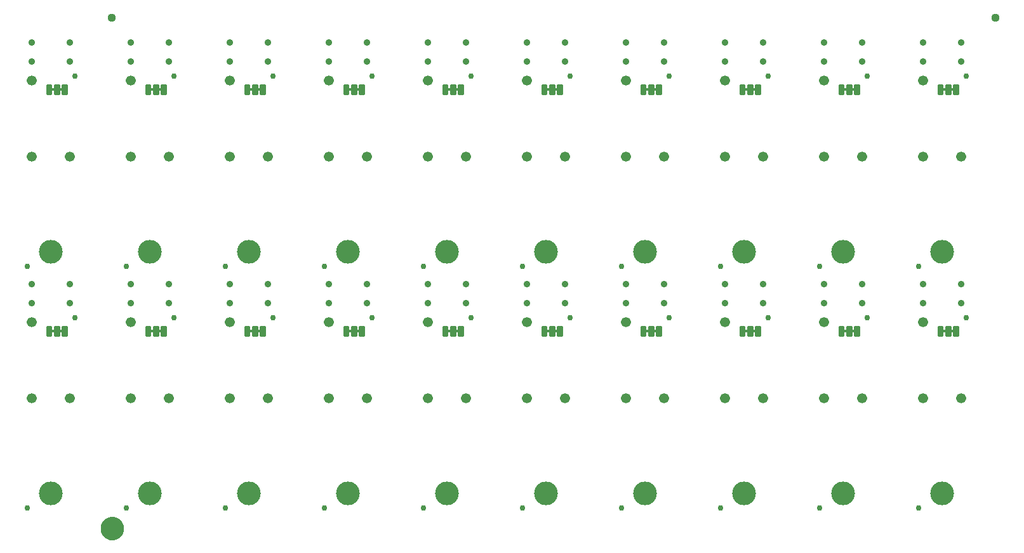
<source format=gbs>
G04 EAGLE Gerber RS-274X export*
G75*
%MOMM*%
%FSLAX34Y34*%
%LPD*%
%INSoldermask Bottom*%
%IPPOS*%
%AMOC8*
5,1,8,0,0,1.08239X$1,22.5*%
G01*
%ADD10C,0.762000*%
%ADD11C,0.228344*%
%ADD12C,0.889000*%
%ADD13C,1.327000*%
%ADD14C,3.175000*%
%ADD15C,1.127000*%
%ADD16C,1.270000*%
%ADD17C,1.627000*%

G36*
X174690Y563257D02*
X174690Y563257D01*
X174756Y563259D01*
X174799Y563277D01*
X174846Y563285D01*
X174903Y563319D01*
X174963Y563344D01*
X174998Y563375D01*
X175039Y563400D01*
X175081Y563451D01*
X175129Y563495D01*
X175151Y563537D01*
X175180Y563574D01*
X175201Y563636D01*
X175232Y563695D01*
X175240Y563749D01*
X175252Y563786D01*
X175251Y563826D01*
X175259Y563880D01*
X175259Y566420D01*
X175248Y566485D01*
X175246Y566551D01*
X175228Y566594D01*
X175220Y566641D01*
X175186Y566698D01*
X175161Y566758D01*
X175130Y566793D01*
X175105Y566834D01*
X175054Y566876D01*
X175010Y566924D01*
X174968Y566946D01*
X174931Y566975D01*
X174869Y566996D01*
X174810Y567027D01*
X174756Y567035D01*
X174719Y567047D01*
X174679Y567046D01*
X174625Y567054D01*
X170815Y567054D01*
X170750Y567043D01*
X170684Y567041D01*
X170641Y567023D01*
X170594Y567015D01*
X170537Y566981D01*
X170477Y566956D01*
X170442Y566925D01*
X170401Y566900D01*
X170360Y566849D01*
X170311Y566805D01*
X170289Y566763D01*
X170260Y566726D01*
X170239Y566664D01*
X170208Y566605D01*
X170200Y566551D01*
X170188Y566514D01*
X170188Y566511D01*
X170189Y566474D01*
X170181Y566420D01*
X170181Y563880D01*
X170192Y563815D01*
X170194Y563749D01*
X170212Y563706D01*
X170220Y563659D01*
X170254Y563602D01*
X170279Y563542D01*
X170310Y563507D01*
X170335Y563466D01*
X170386Y563425D01*
X170430Y563376D01*
X170472Y563354D01*
X170509Y563325D01*
X170571Y563304D01*
X170630Y563273D01*
X170684Y563265D01*
X170721Y563253D01*
X170761Y563254D01*
X170815Y563246D01*
X174625Y563246D01*
X174690Y563257D01*
G37*
G36*
X977330Y563257D02*
X977330Y563257D01*
X977396Y563259D01*
X977439Y563277D01*
X977486Y563285D01*
X977543Y563319D01*
X977603Y563344D01*
X977638Y563375D01*
X977679Y563400D01*
X977721Y563451D01*
X977769Y563495D01*
X977791Y563537D01*
X977820Y563574D01*
X977841Y563636D01*
X977872Y563695D01*
X977880Y563749D01*
X977892Y563786D01*
X977891Y563826D01*
X977899Y563880D01*
X977899Y566420D01*
X977888Y566485D01*
X977886Y566551D01*
X977868Y566594D01*
X977860Y566641D01*
X977826Y566698D01*
X977801Y566758D01*
X977770Y566793D01*
X977745Y566834D01*
X977694Y566876D01*
X977650Y566924D01*
X977608Y566946D01*
X977571Y566975D01*
X977509Y566996D01*
X977450Y567027D01*
X977396Y567035D01*
X977359Y567047D01*
X977319Y567046D01*
X977265Y567054D01*
X973455Y567054D01*
X973390Y567043D01*
X973324Y567041D01*
X973281Y567023D01*
X973234Y567015D01*
X973177Y566981D01*
X973117Y566956D01*
X973082Y566925D01*
X973041Y566900D01*
X973000Y566849D01*
X972951Y566805D01*
X972929Y566763D01*
X972900Y566726D01*
X972879Y566664D01*
X972848Y566605D01*
X972840Y566551D01*
X972828Y566514D01*
X972828Y566511D01*
X972829Y566474D01*
X972821Y566420D01*
X972821Y563880D01*
X972832Y563815D01*
X972834Y563749D01*
X972852Y563706D01*
X972860Y563659D01*
X972894Y563602D01*
X972919Y563542D01*
X972950Y563507D01*
X972975Y563466D01*
X973026Y563425D01*
X973070Y563376D01*
X973112Y563354D01*
X973149Y563325D01*
X973211Y563304D01*
X973270Y563273D01*
X973324Y563265D01*
X973361Y563253D01*
X973401Y563254D01*
X973455Y563246D01*
X977265Y563246D01*
X977330Y563257D01*
G37*
G36*
X581090Y563257D02*
X581090Y563257D01*
X581156Y563259D01*
X581199Y563277D01*
X581246Y563285D01*
X581303Y563319D01*
X581363Y563344D01*
X581398Y563375D01*
X581439Y563400D01*
X581481Y563451D01*
X581529Y563495D01*
X581551Y563537D01*
X581580Y563574D01*
X581601Y563636D01*
X581632Y563695D01*
X581640Y563749D01*
X581652Y563786D01*
X581651Y563826D01*
X581659Y563880D01*
X581659Y566420D01*
X581648Y566485D01*
X581646Y566551D01*
X581628Y566594D01*
X581620Y566641D01*
X581586Y566698D01*
X581561Y566758D01*
X581530Y566793D01*
X581505Y566834D01*
X581454Y566876D01*
X581410Y566924D01*
X581368Y566946D01*
X581331Y566975D01*
X581269Y566996D01*
X581210Y567027D01*
X581156Y567035D01*
X581119Y567047D01*
X581079Y567046D01*
X581025Y567054D01*
X577215Y567054D01*
X577150Y567043D01*
X577084Y567041D01*
X577041Y567023D01*
X576994Y567015D01*
X576937Y566981D01*
X576877Y566956D01*
X576842Y566925D01*
X576801Y566900D01*
X576760Y566849D01*
X576711Y566805D01*
X576689Y566763D01*
X576660Y566726D01*
X576639Y566664D01*
X576608Y566605D01*
X576600Y566551D01*
X576588Y566514D01*
X576588Y566511D01*
X576589Y566474D01*
X576581Y566420D01*
X576581Y563880D01*
X576592Y563815D01*
X576594Y563749D01*
X576612Y563706D01*
X576620Y563659D01*
X576654Y563602D01*
X576679Y563542D01*
X576710Y563507D01*
X576735Y563466D01*
X576786Y563425D01*
X576830Y563376D01*
X576872Y563354D01*
X576909Y563325D01*
X576971Y563304D01*
X577030Y563273D01*
X577084Y563265D01*
X577121Y563253D01*
X577161Y563254D01*
X577215Y563246D01*
X581025Y563246D01*
X581090Y563257D01*
G37*
G36*
X306770Y563257D02*
X306770Y563257D01*
X306836Y563259D01*
X306879Y563277D01*
X306926Y563285D01*
X306983Y563319D01*
X307043Y563344D01*
X307078Y563375D01*
X307119Y563400D01*
X307161Y563451D01*
X307209Y563495D01*
X307231Y563537D01*
X307260Y563574D01*
X307281Y563636D01*
X307312Y563695D01*
X307320Y563749D01*
X307332Y563786D01*
X307331Y563826D01*
X307339Y563880D01*
X307339Y566420D01*
X307328Y566485D01*
X307326Y566551D01*
X307308Y566594D01*
X307300Y566641D01*
X307266Y566698D01*
X307241Y566758D01*
X307210Y566793D01*
X307185Y566834D01*
X307134Y566876D01*
X307090Y566924D01*
X307048Y566946D01*
X307011Y566975D01*
X306949Y566996D01*
X306890Y567027D01*
X306836Y567035D01*
X306799Y567047D01*
X306759Y567046D01*
X306705Y567054D01*
X302895Y567054D01*
X302830Y567043D01*
X302764Y567041D01*
X302721Y567023D01*
X302674Y567015D01*
X302617Y566981D01*
X302557Y566956D01*
X302522Y566925D01*
X302481Y566900D01*
X302440Y566849D01*
X302391Y566805D01*
X302369Y566763D01*
X302340Y566726D01*
X302319Y566664D01*
X302288Y566605D01*
X302280Y566551D01*
X302268Y566514D01*
X302268Y566511D01*
X302269Y566474D01*
X302261Y566420D01*
X302261Y563880D01*
X302272Y563815D01*
X302274Y563749D01*
X302292Y563706D01*
X302300Y563659D01*
X302334Y563602D01*
X302359Y563542D01*
X302390Y563507D01*
X302415Y563466D01*
X302466Y563425D01*
X302510Y563376D01*
X302552Y563354D01*
X302589Y563325D01*
X302651Y563304D01*
X302710Y563273D01*
X302764Y563265D01*
X302801Y563253D01*
X302841Y563254D01*
X302895Y563246D01*
X306705Y563246D01*
X306770Y563257D01*
G37*
G36*
X1099250Y563257D02*
X1099250Y563257D01*
X1099316Y563259D01*
X1099359Y563277D01*
X1099406Y563285D01*
X1099463Y563319D01*
X1099523Y563344D01*
X1099558Y563375D01*
X1099599Y563400D01*
X1099641Y563451D01*
X1099689Y563495D01*
X1099711Y563537D01*
X1099740Y563574D01*
X1099761Y563636D01*
X1099792Y563695D01*
X1099800Y563749D01*
X1099812Y563786D01*
X1099811Y563826D01*
X1099819Y563880D01*
X1099819Y566420D01*
X1099808Y566485D01*
X1099806Y566551D01*
X1099788Y566594D01*
X1099780Y566641D01*
X1099746Y566698D01*
X1099721Y566758D01*
X1099690Y566793D01*
X1099665Y566834D01*
X1099614Y566876D01*
X1099570Y566924D01*
X1099528Y566946D01*
X1099491Y566975D01*
X1099429Y566996D01*
X1099370Y567027D01*
X1099316Y567035D01*
X1099279Y567047D01*
X1099239Y567046D01*
X1099185Y567054D01*
X1095375Y567054D01*
X1095310Y567043D01*
X1095244Y567041D01*
X1095201Y567023D01*
X1095154Y567015D01*
X1095097Y566981D01*
X1095037Y566956D01*
X1095002Y566925D01*
X1094961Y566900D01*
X1094920Y566849D01*
X1094871Y566805D01*
X1094849Y566763D01*
X1094820Y566726D01*
X1094799Y566664D01*
X1094768Y566605D01*
X1094760Y566551D01*
X1094748Y566514D01*
X1094748Y566511D01*
X1094749Y566474D01*
X1094741Y566420D01*
X1094741Y563880D01*
X1094752Y563815D01*
X1094754Y563749D01*
X1094772Y563706D01*
X1094780Y563659D01*
X1094814Y563602D01*
X1094839Y563542D01*
X1094870Y563507D01*
X1094895Y563466D01*
X1094946Y563425D01*
X1094990Y563376D01*
X1095032Y563354D01*
X1095069Y563325D01*
X1095131Y563304D01*
X1095190Y563273D01*
X1095244Y563265D01*
X1095281Y563253D01*
X1095321Y563254D01*
X1095375Y563246D01*
X1099185Y563246D01*
X1099250Y563257D01*
G37*
G36*
X1109410Y563257D02*
X1109410Y563257D01*
X1109476Y563259D01*
X1109519Y563277D01*
X1109566Y563285D01*
X1109623Y563319D01*
X1109683Y563344D01*
X1109718Y563375D01*
X1109759Y563400D01*
X1109801Y563451D01*
X1109849Y563495D01*
X1109871Y563537D01*
X1109900Y563574D01*
X1109921Y563636D01*
X1109952Y563695D01*
X1109960Y563749D01*
X1109972Y563786D01*
X1109971Y563826D01*
X1109979Y563880D01*
X1109979Y566420D01*
X1109968Y566485D01*
X1109966Y566551D01*
X1109948Y566594D01*
X1109940Y566641D01*
X1109906Y566698D01*
X1109881Y566758D01*
X1109850Y566793D01*
X1109825Y566834D01*
X1109774Y566876D01*
X1109730Y566924D01*
X1109688Y566946D01*
X1109651Y566975D01*
X1109589Y566996D01*
X1109530Y567027D01*
X1109476Y567035D01*
X1109439Y567047D01*
X1109399Y567046D01*
X1109345Y567054D01*
X1105535Y567054D01*
X1105470Y567043D01*
X1105404Y567041D01*
X1105361Y567023D01*
X1105314Y567015D01*
X1105257Y566981D01*
X1105197Y566956D01*
X1105162Y566925D01*
X1105121Y566900D01*
X1105080Y566849D01*
X1105031Y566805D01*
X1105009Y566763D01*
X1104980Y566726D01*
X1104959Y566664D01*
X1104928Y566605D01*
X1104920Y566551D01*
X1104908Y566514D01*
X1104908Y566511D01*
X1104909Y566474D01*
X1104901Y566420D01*
X1104901Y563880D01*
X1104912Y563815D01*
X1104914Y563749D01*
X1104932Y563706D01*
X1104940Y563659D01*
X1104974Y563602D01*
X1104999Y563542D01*
X1105030Y563507D01*
X1105055Y563466D01*
X1105106Y563425D01*
X1105150Y563376D01*
X1105192Y563354D01*
X1105229Y563325D01*
X1105291Y563304D01*
X1105350Y563273D01*
X1105404Y563265D01*
X1105441Y563253D01*
X1105481Y563254D01*
X1105535Y563246D01*
X1109345Y563246D01*
X1109410Y563257D01*
G37*
G36*
X42610Y563257D02*
X42610Y563257D01*
X42676Y563259D01*
X42719Y563277D01*
X42766Y563285D01*
X42823Y563319D01*
X42883Y563344D01*
X42918Y563375D01*
X42959Y563400D01*
X43001Y563451D01*
X43049Y563495D01*
X43071Y563537D01*
X43100Y563574D01*
X43121Y563636D01*
X43152Y563695D01*
X43160Y563749D01*
X43172Y563786D01*
X43171Y563826D01*
X43179Y563880D01*
X43179Y566420D01*
X43168Y566485D01*
X43166Y566551D01*
X43148Y566594D01*
X43140Y566641D01*
X43106Y566698D01*
X43081Y566758D01*
X43050Y566793D01*
X43025Y566834D01*
X42974Y566876D01*
X42930Y566924D01*
X42888Y566946D01*
X42851Y566975D01*
X42789Y566996D01*
X42730Y567027D01*
X42676Y567035D01*
X42639Y567047D01*
X42599Y567046D01*
X42545Y567054D01*
X38735Y567054D01*
X38670Y567043D01*
X38604Y567041D01*
X38561Y567023D01*
X38514Y567015D01*
X38457Y566981D01*
X38397Y566956D01*
X38362Y566925D01*
X38321Y566900D01*
X38280Y566849D01*
X38231Y566805D01*
X38209Y566763D01*
X38180Y566726D01*
X38159Y566664D01*
X38128Y566605D01*
X38120Y566551D01*
X38108Y566514D01*
X38108Y566511D01*
X38109Y566474D01*
X38101Y566420D01*
X38101Y563880D01*
X38112Y563815D01*
X38114Y563749D01*
X38132Y563706D01*
X38140Y563659D01*
X38174Y563602D01*
X38199Y563542D01*
X38230Y563507D01*
X38255Y563466D01*
X38306Y563425D01*
X38350Y563376D01*
X38392Y563354D01*
X38429Y563325D01*
X38491Y563304D01*
X38550Y563273D01*
X38604Y563265D01*
X38641Y563253D01*
X38681Y563254D01*
X38735Y563246D01*
X42545Y563246D01*
X42610Y563257D01*
G37*
G36*
X1241490Y563257D02*
X1241490Y563257D01*
X1241556Y563259D01*
X1241599Y563277D01*
X1241646Y563285D01*
X1241703Y563319D01*
X1241763Y563344D01*
X1241798Y563375D01*
X1241839Y563400D01*
X1241881Y563451D01*
X1241929Y563495D01*
X1241951Y563537D01*
X1241980Y563574D01*
X1242001Y563636D01*
X1242032Y563695D01*
X1242040Y563749D01*
X1242052Y563786D01*
X1242051Y563826D01*
X1242059Y563880D01*
X1242059Y566420D01*
X1242048Y566485D01*
X1242046Y566551D01*
X1242028Y566594D01*
X1242020Y566641D01*
X1241986Y566698D01*
X1241961Y566758D01*
X1241930Y566793D01*
X1241905Y566834D01*
X1241854Y566876D01*
X1241810Y566924D01*
X1241768Y566946D01*
X1241731Y566975D01*
X1241669Y566996D01*
X1241610Y567027D01*
X1241556Y567035D01*
X1241519Y567047D01*
X1241479Y567046D01*
X1241425Y567054D01*
X1237615Y567054D01*
X1237550Y567043D01*
X1237484Y567041D01*
X1237441Y567023D01*
X1237394Y567015D01*
X1237337Y566981D01*
X1237277Y566956D01*
X1237242Y566925D01*
X1237201Y566900D01*
X1237160Y566849D01*
X1237111Y566805D01*
X1237089Y566763D01*
X1237060Y566726D01*
X1237039Y566664D01*
X1237008Y566605D01*
X1237000Y566551D01*
X1236988Y566514D01*
X1236988Y566511D01*
X1236989Y566474D01*
X1236981Y566420D01*
X1236981Y563880D01*
X1236992Y563815D01*
X1236994Y563749D01*
X1237012Y563706D01*
X1237020Y563659D01*
X1237054Y563602D01*
X1237079Y563542D01*
X1237110Y563507D01*
X1237135Y563466D01*
X1237186Y563425D01*
X1237230Y563376D01*
X1237272Y563354D01*
X1237309Y563325D01*
X1237371Y563304D01*
X1237430Y563273D01*
X1237484Y563265D01*
X1237521Y563253D01*
X1237561Y563254D01*
X1237615Y563246D01*
X1241425Y563246D01*
X1241490Y563257D01*
G37*
G36*
X316930Y563257D02*
X316930Y563257D01*
X316996Y563259D01*
X317039Y563277D01*
X317086Y563285D01*
X317143Y563319D01*
X317203Y563344D01*
X317238Y563375D01*
X317279Y563400D01*
X317321Y563451D01*
X317369Y563495D01*
X317391Y563537D01*
X317420Y563574D01*
X317441Y563636D01*
X317472Y563695D01*
X317480Y563749D01*
X317492Y563786D01*
X317491Y563826D01*
X317499Y563880D01*
X317499Y566420D01*
X317488Y566485D01*
X317486Y566551D01*
X317468Y566594D01*
X317460Y566641D01*
X317426Y566698D01*
X317401Y566758D01*
X317370Y566793D01*
X317345Y566834D01*
X317294Y566876D01*
X317250Y566924D01*
X317208Y566946D01*
X317171Y566975D01*
X317109Y566996D01*
X317050Y567027D01*
X316996Y567035D01*
X316959Y567047D01*
X316919Y567046D01*
X316865Y567054D01*
X313055Y567054D01*
X312990Y567043D01*
X312924Y567041D01*
X312881Y567023D01*
X312834Y567015D01*
X312777Y566981D01*
X312717Y566956D01*
X312682Y566925D01*
X312641Y566900D01*
X312600Y566849D01*
X312551Y566805D01*
X312529Y566763D01*
X312500Y566726D01*
X312479Y566664D01*
X312448Y566605D01*
X312440Y566551D01*
X312428Y566514D01*
X312428Y566511D01*
X312429Y566474D01*
X312421Y566420D01*
X312421Y563880D01*
X312432Y563815D01*
X312434Y563749D01*
X312452Y563706D01*
X312460Y563659D01*
X312494Y563602D01*
X312519Y563542D01*
X312550Y563507D01*
X312575Y563466D01*
X312626Y563425D01*
X312670Y563376D01*
X312712Y563354D01*
X312749Y563325D01*
X312811Y563304D01*
X312870Y563273D01*
X312924Y563265D01*
X312961Y563253D01*
X313001Y563254D01*
X313055Y563246D01*
X316865Y563246D01*
X316930Y563257D01*
G37*
G36*
X570930Y563257D02*
X570930Y563257D01*
X570996Y563259D01*
X571039Y563277D01*
X571086Y563285D01*
X571143Y563319D01*
X571203Y563344D01*
X571238Y563375D01*
X571279Y563400D01*
X571321Y563451D01*
X571369Y563495D01*
X571391Y563537D01*
X571420Y563574D01*
X571441Y563636D01*
X571472Y563695D01*
X571480Y563749D01*
X571492Y563786D01*
X571491Y563826D01*
X571499Y563880D01*
X571499Y566420D01*
X571488Y566485D01*
X571486Y566551D01*
X571468Y566594D01*
X571460Y566641D01*
X571426Y566698D01*
X571401Y566758D01*
X571370Y566793D01*
X571345Y566834D01*
X571294Y566876D01*
X571250Y566924D01*
X571208Y566946D01*
X571171Y566975D01*
X571109Y566996D01*
X571050Y567027D01*
X570996Y567035D01*
X570959Y567047D01*
X570919Y567046D01*
X570865Y567054D01*
X567055Y567054D01*
X566990Y567043D01*
X566924Y567041D01*
X566881Y567023D01*
X566834Y567015D01*
X566777Y566981D01*
X566717Y566956D01*
X566682Y566925D01*
X566641Y566900D01*
X566600Y566849D01*
X566551Y566805D01*
X566529Y566763D01*
X566500Y566726D01*
X566479Y566664D01*
X566448Y566605D01*
X566440Y566551D01*
X566428Y566514D01*
X566428Y566511D01*
X566429Y566474D01*
X566421Y566420D01*
X566421Y563880D01*
X566432Y563815D01*
X566434Y563749D01*
X566452Y563706D01*
X566460Y563659D01*
X566494Y563602D01*
X566519Y563542D01*
X566550Y563507D01*
X566575Y563466D01*
X566626Y563425D01*
X566670Y563376D01*
X566712Y563354D01*
X566749Y563325D01*
X566811Y563304D01*
X566870Y563273D01*
X566924Y563265D01*
X566961Y563253D01*
X567001Y563254D01*
X567055Y563246D01*
X570865Y563246D01*
X570930Y563257D01*
G37*
G36*
X1231330Y563257D02*
X1231330Y563257D01*
X1231396Y563259D01*
X1231439Y563277D01*
X1231486Y563285D01*
X1231543Y563319D01*
X1231603Y563344D01*
X1231638Y563375D01*
X1231679Y563400D01*
X1231721Y563451D01*
X1231769Y563495D01*
X1231791Y563537D01*
X1231820Y563574D01*
X1231841Y563636D01*
X1231872Y563695D01*
X1231880Y563749D01*
X1231892Y563786D01*
X1231891Y563826D01*
X1231899Y563880D01*
X1231899Y566420D01*
X1231888Y566485D01*
X1231886Y566551D01*
X1231868Y566594D01*
X1231860Y566641D01*
X1231826Y566698D01*
X1231801Y566758D01*
X1231770Y566793D01*
X1231745Y566834D01*
X1231694Y566876D01*
X1231650Y566924D01*
X1231608Y566946D01*
X1231571Y566975D01*
X1231509Y566996D01*
X1231450Y567027D01*
X1231396Y567035D01*
X1231359Y567047D01*
X1231319Y567046D01*
X1231265Y567054D01*
X1227455Y567054D01*
X1227390Y567043D01*
X1227324Y567041D01*
X1227281Y567023D01*
X1227234Y567015D01*
X1227177Y566981D01*
X1227117Y566956D01*
X1227082Y566925D01*
X1227041Y566900D01*
X1227000Y566849D01*
X1226951Y566805D01*
X1226929Y566763D01*
X1226900Y566726D01*
X1226879Y566664D01*
X1226848Y566605D01*
X1226840Y566551D01*
X1226828Y566514D01*
X1226828Y566511D01*
X1226829Y566474D01*
X1226821Y566420D01*
X1226821Y563880D01*
X1226832Y563815D01*
X1226834Y563749D01*
X1226852Y563706D01*
X1226860Y563659D01*
X1226894Y563602D01*
X1226919Y563542D01*
X1226950Y563507D01*
X1226975Y563466D01*
X1227026Y563425D01*
X1227070Y563376D01*
X1227112Y563354D01*
X1227149Y563325D01*
X1227211Y563304D01*
X1227270Y563273D01*
X1227324Y563265D01*
X1227361Y563253D01*
X1227401Y563254D01*
X1227455Y563246D01*
X1231265Y563246D01*
X1231330Y563257D01*
G37*
G36*
X438850Y563257D02*
X438850Y563257D01*
X438916Y563259D01*
X438959Y563277D01*
X439006Y563285D01*
X439063Y563319D01*
X439123Y563344D01*
X439158Y563375D01*
X439199Y563400D01*
X439241Y563451D01*
X439289Y563495D01*
X439311Y563537D01*
X439340Y563574D01*
X439361Y563636D01*
X439392Y563695D01*
X439400Y563749D01*
X439412Y563786D01*
X439411Y563826D01*
X439419Y563880D01*
X439419Y566420D01*
X439408Y566485D01*
X439406Y566551D01*
X439388Y566594D01*
X439380Y566641D01*
X439346Y566698D01*
X439321Y566758D01*
X439290Y566793D01*
X439265Y566834D01*
X439214Y566876D01*
X439170Y566924D01*
X439128Y566946D01*
X439091Y566975D01*
X439029Y566996D01*
X438970Y567027D01*
X438916Y567035D01*
X438879Y567047D01*
X438839Y567046D01*
X438785Y567054D01*
X434975Y567054D01*
X434910Y567043D01*
X434844Y567041D01*
X434801Y567023D01*
X434754Y567015D01*
X434697Y566981D01*
X434637Y566956D01*
X434602Y566925D01*
X434561Y566900D01*
X434520Y566849D01*
X434471Y566805D01*
X434449Y566763D01*
X434420Y566726D01*
X434399Y566664D01*
X434368Y566605D01*
X434360Y566551D01*
X434348Y566514D01*
X434348Y566511D01*
X434349Y566474D01*
X434341Y566420D01*
X434341Y563880D01*
X434352Y563815D01*
X434354Y563749D01*
X434372Y563706D01*
X434380Y563659D01*
X434414Y563602D01*
X434439Y563542D01*
X434470Y563507D01*
X434495Y563466D01*
X434546Y563425D01*
X434590Y563376D01*
X434632Y563354D01*
X434669Y563325D01*
X434731Y563304D01*
X434790Y563273D01*
X434844Y563265D01*
X434881Y563253D01*
X434921Y563254D01*
X434975Y563246D01*
X438785Y563246D01*
X438850Y563257D01*
G37*
G36*
X845250Y563257D02*
X845250Y563257D01*
X845316Y563259D01*
X845359Y563277D01*
X845406Y563285D01*
X845463Y563319D01*
X845523Y563344D01*
X845558Y563375D01*
X845599Y563400D01*
X845641Y563451D01*
X845689Y563495D01*
X845711Y563537D01*
X845740Y563574D01*
X845761Y563636D01*
X845792Y563695D01*
X845800Y563749D01*
X845812Y563786D01*
X845811Y563826D01*
X845819Y563880D01*
X845819Y566420D01*
X845808Y566485D01*
X845806Y566551D01*
X845788Y566594D01*
X845780Y566641D01*
X845746Y566698D01*
X845721Y566758D01*
X845690Y566793D01*
X845665Y566834D01*
X845614Y566876D01*
X845570Y566924D01*
X845528Y566946D01*
X845491Y566975D01*
X845429Y566996D01*
X845370Y567027D01*
X845316Y567035D01*
X845279Y567047D01*
X845239Y567046D01*
X845185Y567054D01*
X841375Y567054D01*
X841310Y567043D01*
X841244Y567041D01*
X841201Y567023D01*
X841154Y567015D01*
X841097Y566981D01*
X841037Y566956D01*
X841002Y566925D01*
X840961Y566900D01*
X840920Y566849D01*
X840871Y566805D01*
X840849Y566763D01*
X840820Y566726D01*
X840799Y566664D01*
X840768Y566605D01*
X840760Y566551D01*
X840748Y566514D01*
X840748Y566511D01*
X840749Y566474D01*
X840741Y566420D01*
X840741Y563880D01*
X840752Y563815D01*
X840754Y563749D01*
X840772Y563706D01*
X840780Y563659D01*
X840814Y563602D01*
X840839Y563542D01*
X840870Y563507D01*
X840895Y563466D01*
X840946Y563425D01*
X840990Y563376D01*
X841032Y563354D01*
X841069Y563325D01*
X841131Y563304D01*
X841190Y563273D01*
X841244Y563265D01*
X841281Y563253D01*
X841321Y563254D01*
X841375Y563246D01*
X845185Y563246D01*
X845250Y563257D01*
G37*
G36*
X52770Y563257D02*
X52770Y563257D01*
X52836Y563259D01*
X52879Y563277D01*
X52926Y563285D01*
X52983Y563319D01*
X53043Y563344D01*
X53078Y563375D01*
X53119Y563400D01*
X53161Y563451D01*
X53209Y563495D01*
X53231Y563537D01*
X53260Y563574D01*
X53281Y563636D01*
X53312Y563695D01*
X53320Y563749D01*
X53332Y563786D01*
X53331Y563826D01*
X53339Y563880D01*
X53339Y566420D01*
X53328Y566485D01*
X53326Y566551D01*
X53308Y566594D01*
X53300Y566641D01*
X53266Y566698D01*
X53241Y566758D01*
X53210Y566793D01*
X53185Y566834D01*
X53134Y566876D01*
X53090Y566924D01*
X53048Y566946D01*
X53011Y566975D01*
X52949Y566996D01*
X52890Y567027D01*
X52836Y567035D01*
X52799Y567047D01*
X52759Y567046D01*
X52705Y567054D01*
X48895Y567054D01*
X48830Y567043D01*
X48764Y567041D01*
X48721Y567023D01*
X48674Y567015D01*
X48617Y566981D01*
X48557Y566956D01*
X48522Y566925D01*
X48481Y566900D01*
X48440Y566849D01*
X48391Y566805D01*
X48369Y566763D01*
X48340Y566726D01*
X48319Y566664D01*
X48288Y566605D01*
X48280Y566551D01*
X48268Y566514D01*
X48268Y566511D01*
X48269Y566474D01*
X48261Y566420D01*
X48261Y563880D01*
X48272Y563815D01*
X48274Y563749D01*
X48292Y563706D01*
X48300Y563659D01*
X48334Y563602D01*
X48359Y563542D01*
X48390Y563507D01*
X48415Y563466D01*
X48466Y563425D01*
X48510Y563376D01*
X48552Y563354D01*
X48589Y563325D01*
X48651Y563304D01*
X48710Y563273D01*
X48764Y563265D01*
X48801Y563253D01*
X48841Y563254D01*
X48895Y563246D01*
X52705Y563246D01*
X52770Y563257D01*
G37*
G36*
X449010Y563257D02*
X449010Y563257D01*
X449076Y563259D01*
X449119Y563277D01*
X449166Y563285D01*
X449223Y563319D01*
X449283Y563344D01*
X449318Y563375D01*
X449359Y563400D01*
X449401Y563451D01*
X449449Y563495D01*
X449471Y563537D01*
X449500Y563574D01*
X449521Y563636D01*
X449552Y563695D01*
X449560Y563749D01*
X449572Y563786D01*
X449571Y563826D01*
X449579Y563880D01*
X449579Y566420D01*
X449568Y566485D01*
X449566Y566551D01*
X449548Y566594D01*
X449540Y566641D01*
X449506Y566698D01*
X449481Y566758D01*
X449450Y566793D01*
X449425Y566834D01*
X449374Y566876D01*
X449330Y566924D01*
X449288Y566946D01*
X449251Y566975D01*
X449189Y566996D01*
X449130Y567027D01*
X449076Y567035D01*
X449039Y567047D01*
X448999Y567046D01*
X448945Y567054D01*
X445135Y567054D01*
X445070Y567043D01*
X445004Y567041D01*
X444961Y567023D01*
X444914Y567015D01*
X444857Y566981D01*
X444797Y566956D01*
X444762Y566925D01*
X444721Y566900D01*
X444680Y566849D01*
X444631Y566805D01*
X444609Y566763D01*
X444580Y566726D01*
X444559Y566664D01*
X444528Y566605D01*
X444520Y566551D01*
X444508Y566514D01*
X444508Y566511D01*
X444509Y566474D01*
X444501Y566420D01*
X444501Y563880D01*
X444512Y563815D01*
X444514Y563749D01*
X444532Y563706D01*
X444540Y563659D01*
X444574Y563602D01*
X444599Y563542D01*
X444630Y563507D01*
X444655Y563466D01*
X444706Y563425D01*
X444750Y563376D01*
X444792Y563354D01*
X444829Y563325D01*
X444891Y563304D01*
X444950Y563273D01*
X445004Y563265D01*
X445041Y563253D01*
X445081Y563254D01*
X445135Y563246D01*
X448945Y563246D01*
X449010Y563257D01*
G37*
G36*
X184850Y563257D02*
X184850Y563257D01*
X184916Y563259D01*
X184959Y563277D01*
X185006Y563285D01*
X185063Y563319D01*
X185123Y563344D01*
X185158Y563375D01*
X185199Y563400D01*
X185241Y563451D01*
X185289Y563495D01*
X185311Y563537D01*
X185340Y563574D01*
X185361Y563636D01*
X185392Y563695D01*
X185400Y563749D01*
X185412Y563786D01*
X185411Y563826D01*
X185419Y563880D01*
X185419Y566420D01*
X185408Y566485D01*
X185406Y566551D01*
X185388Y566594D01*
X185380Y566641D01*
X185346Y566698D01*
X185321Y566758D01*
X185290Y566793D01*
X185265Y566834D01*
X185214Y566876D01*
X185170Y566924D01*
X185128Y566946D01*
X185091Y566975D01*
X185029Y566996D01*
X184970Y567027D01*
X184916Y567035D01*
X184879Y567047D01*
X184839Y567046D01*
X184785Y567054D01*
X180975Y567054D01*
X180910Y567043D01*
X180844Y567041D01*
X180801Y567023D01*
X180754Y567015D01*
X180697Y566981D01*
X180637Y566956D01*
X180602Y566925D01*
X180561Y566900D01*
X180520Y566849D01*
X180471Y566805D01*
X180449Y566763D01*
X180420Y566726D01*
X180399Y566664D01*
X180368Y566605D01*
X180360Y566551D01*
X180348Y566514D01*
X180348Y566511D01*
X180349Y566474D01*
X180341Y566420D01*
X180341Y563880D01*
X180352Y563815D01*
X180354Y563749D01*
X180372Y563706D01*
X180380Y563659D01*
X180414Y563602D01*
X180439Y563542D01*
X180470Y563507D01*
X180495Y563466D01*
X180546Y563425D01*
X180590Y563376D01*
X180632Y563354D01*
X180669Y563325D01*
X180731Y563304D01*
X180790Y563273D01*
X180844Y563265D01*
X180881Y563253D01*
X180921Y563254D01*
X180975Y563246D01*
X184785Y563246D01*
X184850Y563257D01*
G37*
G36*
X703010Y563257D02*
X703010Y563257D01*
X703076Y563259D01*
X703119Y563277D01*
X703166Y563285D01*
X703223Y563319D01*
X703283Y563344D01*
X703318Y563375D01*
X703359Y563400D01*
X703401Y563451D01*
X703449Y563495D01*
X703471Y563537D01*
X703500Y563574D01*
X703521Y563636D01*
X703552Y563695D01*
X703560Y563749D01*
X703572Y563786D01*
X703571Y563826D01*
X703579Y563880D01*
X703579Y566420D01*
X703568Y566485D01*
X703566Y566551D01*
X703548Y566594D01*
X703540Y566641D01*
X703506Y566698D01*
X703481Y566758D01*
X703450Y566793D01*
X703425Y566834D01*
X703374Y566876D01*
X703330Y566924D01*
X703288Y566946D01*
X703251Y566975D01*
X703189Y566996D01*
X703130Y567027D01*
X703076Y567035D01*
X703039Y567047D01*
X702999Y567046D01*
X702945Y567054D01*
X699135Y567054D01*
X699070Y567043D01*
X699004Y567041D01*
X698961Y567023D01*
X698914Y567015D01*
X698857Y566981D01*
X698797Y566956D01*
X698762Y566925D01*
X698721Y566900D01*
X698680Y566849D01*
X698631Y566805D01*
X698609Y566763D01*
X698580Y566726D01*
X698559Y566664D01*
X698528Y566605D01*
X698520Y566551D01*
X698508Y566514D01*
X698508Y566511D01*
X698509Y566474D01*
X698501Y566420D01*
X698501Y563880D01*
X698512Y563815D01*
X698514Y563749D01*
X698532Y563706D01*
X698540Y563659D01*
X698574Y563602D01*
X698599Y563542D01*
X698630Y563507D01*
X698655Y563466D01*
X698706Y563425D01*
X698750Y563376D01*
X698792Y563354D01*
X698829Y563325D01*
X698891Y563304D01*
X698950Y563273D01*
X699004Y563265D01*
X699041Y563253D01*
X699081Y563254D01*
X699135Y563246D01*
X702945Y563246D01*
X703010Y563257D01*
G37*
G36*
X835090Y563257D02*
X835090Y563257D01*
X835156Y563259D01*
X835199Y563277D01*
X835246Y563285D01*
X835303Y563319D01*
X835363Y563344D01*
X835398Y563375D01*
X835439Y563400D01*
X835481Y563451D01*
X835529Y563495D01*
X835551Y563537D01*
X835580Y563574D01*
X835601Y563636D01*
X835632Y563695D01*
X835640Y563749D01*
X835652Y563786D01*
X835651Y563826D01*
X835659Y563880D01*
X835659Y566420D01*
X835648Y566485D01*
X835646Y566551D01*
X835628Y566594D01*
X835620Y566641D01*
X835586Y566698D01*
X835561Y566758D01*
X835530Y566793D01*
X835505Y566834D01*
X835454Y566876D01*
X835410Y566924D01*
X835368Y566946D01*
X835331Y566975D01*
X835269Y566996D01*
X835210Y567027D01*
X835156Y567035D01*
X835119Y567047D01*
X835079Y567046D01*
X835025Y567054D01*
X831215Y567054D01*
X831150Y567043D01*
X831084Y567041D01*
X831041Y567023D01*
X830994Y567015D01*
X830937Y566981D01*
X830877Y566956D01*
X830842Y566925D01*
X830801Y566900D01*
X830760Y566849D01*
X830711Y566805D01*
X830689Y566763D01*
X830660Y566726D01*
X830639Y566664D01*
X830608Y566605D01*
X830600Y566551D01*
X830588Y566514D01*
X830588Y566511D01*
X830589Y566474D01*
X830581Y566420D01*
X830581Y563880D01*
X830592Y563815D01*
X830594Y563749D01*
X830612Y563706D01*
X830620Y563659D01*
X830654Y563602D01*
X830679Y563542D01*
X830710Y563507D01*
X830735Y563466D01*
X830786Y563425D01*
X830830Y563376D01*
X830872Y563354D01*
X830909Y563325D01*
X830971Y563304D01*
X831030Y563273D01*
X831084Y563265D01*
X831121Y563253D01*
X831161Y563254D01*
X831215Y563246D01*
X835025Y563246D01*
X835090Y563257D01*
G37*
G36*
X713170Y563257D02*
X713170Y563257D01*
X713236Y563259D01*
X713279Y563277D01*
X713326Y563285D01*
X713383Y563319D01*
X713443Y563344D01*
X713478Y563375D01*
X713519Y563400D01*
X713561Y563451D01*
X713609Y563495D01*
X713631Y563537D01*
X713660Y563574D01*
X713681Y563636D01*
X713712Y563695D01*
X713720Y563749D01*
X713732Y563786D01*
X713731Y563826D01*
X713739Y563880D01*
X713739Y566420D01*
X713728Y566485D01*
X713726Y566551D01*
X713708Y566594D01*
X713700Y566641D01*
X713666Y566698D01*
X713641Y566758D01*
X713610Y566793D01*
X713585Y566834D01*
X713534Y566876D01*
X713490Y566924D01*
X713448Y566946D01*
X713411Y566975D01*
X713349Y566996D01*
X713290Y567027D01*
X713236Y567035D01*
X713199Y567047D01*
X713159Y567046D01*
X713105Y567054D01*
X709295Y567054D01*
X709230Y567043D01*
X709164Y567041D01*
X709121Y567023D01*
X709074Y567015D01*
X709017Y566981D01*
X708957Y566956D01*
X708922Y566925D01*
X708881Y566900D01*
X708840Y566849D01*
X708791Y566805D01*
X708769Y566763D01*
X708740Y566726D01*
X708719Y566664D01*
X708688Y566605D01*
X708680Y566551D01*
X708668Y566514D01*
X708668Y566511D01*
X708669Y566474D01*
X708661Y566420D01*
X708661Y563880D01*
X708672Y563815D01*
X708674Y563749D01*
X708692Y563706D01*
X708700Y563659D01*
X708734Y563602D01*
X708759Y563542D01*
X708790Y563507D01*
X708815Y563466D01*
X708866Y563425D01*
X708910Y563376D01*
X708952Y563354D01*
X708989Y563325D01*
X709051Y563304D01*
X709110Y563273D01*
X709164Y563265D01*
X709201Y563253D01*
X709241Y563254D01*
X709295Y563246D01*
X713105Y563246D01*
X713170Y563257D01*
G37*
G36*
X967170Y563257D02*
X967170Y563257D01*
X967236Y563259D01*
X967279Y563277D01*
X967326Y563285D01*
X967383Y563319D01*
X967443Y563344D01*
X967478Y563375D01*
X967519Y563400D01*
X967561Y563451D01*
X967609Y563495D01*
X967631Y563537D01*
X967660Y563574D01*
X967681Y563636D01*
X967712Y563695D01*
X967720Y563749D01*
X967732Y563786D01*
X967731Y563826D01*
X967739Y563880D01*
X967739Y566420D01*
X967728Y566485D01*
X967726Y566551D01*
X967708Y566594D01*
X967700Y566641D01*
X967666Y566698D01*
X967641Y566758D01*
X967610Y566793D01*
X967585Y566834D01*
X967534Y566876D01*
X967490Y566924D01*
X967448Y566946D01*
X967411Y566975D01*
X967349Y566996D01*
X967290Y567027D01*
X967236Y567035D01*
X967199Y567047D01*
X967159Y567046D01*
X967105Y567054D01*
X963295Y567054D01*
X963230Y567043D01*
X963164Y567041D01*
X963121Y567023D01*
X963074Y567015D01*
X963017Y566981D01*
X962957Y566956D01*
X962922Y566925D01*
X962881Y566900D01*
X962840Y566849D01*
X962791Y566805D01*
X962769Y566763D01*
X962740Y566726D01*
X962719Y566664D01*
X962688Y566605D01*
X962680Y566551D01*
X962668Y566514D01*
X962668Y566511D01*
X962669Y566474D01*
X962661Y566420D01*
X962661Y563880D01*
X962672Y563815D01*
X962674Y563749D01*
X962692Y563706D01*
X962700Y563659D01*
X962734Y563602D01*
X962759Y563542D01*
X962790Y563507D01*
X962815Y563466D01*
X962866Y563425D01*
X962910Y563376D01*
X962952Y563354D01*
X962989Y563325D01*
X963051Y563304D01*
X963110Y563273D01*
X963164Y563265D01*
X963201Y563253D01*
X963241Y563254D01*
X963295Y563246D01*
X967105Y563246D01*
X967170Y563257D01*
G37*
G36*
X438850Y240677D02*
X438850Y240677D01*
X438916Y240679D01*
X438959Y240697D01*
X439006Y240705D01*
X439063Y240739D01*
X439123Y240764D01*
X439158Y240795D01*
X439199Y240820D01*
X439241Y240871D01*
X439289Y240915D01*
X439311Y240957D01*
X439340Y240994D01*
X439361Y241056D01*
X439392Y241115D01*
X439400Y241169D01*
X439412Y241206D01*
X439411Y241246D01*
X439419Y241300D01*
X439419Y243840D01*
X439408Y243905D01*
X439406Y243971D01*
X439388Y244014D01*
X439380Y244061D01*
X439346Y244118D01*
X439321Y244178D01*
X439290Y244213D01*
X439265Y244254D01*
X439214Y244296D01*
X439170Y244344D01*
X439128Y244366D01*
X439091Y244395D01*
X439029Y244416D01*
X438970Y244447D01*
X438916Y244455D01*
X438879Y244467D01*
X438839Y244466D01*
X438785Y244474D01*
X434975Y244474D01*
X434910Y244463D01*
X434844Y244461D01*
X434801Y244443D01*
X434754Y244435D01*
X434697Y244401D01*
X434637Y244376D01*
X434602Y244345D01*
X434561Y244320D01*
X434520Y244269D01*
X434471Y244225D01*
X434449Y244183D01*
X434420Y244146D01*
X434399Y244084D01*
X434368Y244025D01*
X434360Y243971D01*
X434348Y243934D01*
X434348Y243931D01*
X434349Y243894D01*
X434341Y243840D01*
X434341Y241300D01*
X434352Y241235D01*
X434354Y241169D01*
X434372Y241126D01*
X434380Y241079D01*
X434414Y241022D01*
X434439Y240962D01*
X434470Y240927D01*
X434495Y240886D01*
X434546Y240845D01*
X434590Y240796D01*
X434632Y240774D01*
X434669Y240745D01*
X434731Y240724D01*
X434790Y240693D01*
X434844Y240685D01*
X434881Y240673D01*
X434921Y240674D01*
X434975Y240666D01*
X438785Y240666D01*
X438850Y240677D01*
G37*
G36*
X184850Y240677D02*
X184850Y240677D01*
X184916Y240679D01*
X184959Y240697D01*
X185006Y240705D01*
X185063Y240739D01*
X185123Y240764D01*
X185158Y240795D01*
X185199Y240820D01*
X185241Y240871D01*
X185289Y240915D01*
X185311Y240957D01*
X185340Y240994D01*
X185361Y241056D01*
X185392Y241115D01*
X185400Y241169D01*
X185412Y241206D01*
X185411Y241246D01*
X185419Y241300D01*
X185419Y243840D01*
X185408Y243905D01*
X185406Y243971D01*
X185388Y244014D01*
X185380Y244061D01*
X185346Y244118D01*
X185321Y244178D01*
X185290Y244213D01*
X185265Y244254D01*
X185214Y244296D01*
X185170Y244344D01*
X185128Y244366D01*
X185091Y244395D01*
X185029Y244416D01*
X184970Y244447D01*
X184916Y244455D01*
X184879Y244467D01*
X184839Y244466D01*
X184785Y244474D01*
X180975Y244474D01*
X180910Y244463D01*
X180844Y244461D01*
X180801Y244443D01*
X180754Y244435D01*
X180697Y244401D01*
X180637Y244376D01*
X180602Y244345D01*
X180561Y244320D01*
X180520Y244269D01*
X180471Y244225D01*
X180449Y244183D01*
X180420Y244146D01*
X180399Y244084D01*
X180368Y244025D01*
X180360Y243971D01*
X180348Y243934D01*
X180348Y243931D01*
X180349Y243894D01*
X180341Y243840D01*
X180341Y241300D01*
X180352Y241235D01*
X180354Y241169D01*
X180372Y241126D01*
X180380Y241079D01*
X180414Y241022D01*
X180439Y240962D01*
X180470Y240927D01*
X180495Y240886D01*
X180546Y240845D01*
X180590Y240796D01*
X180632Y240774D01*
X180669Y240745D01*
X180731Y240724D01*
X180790Y240693D01*
X180844Y240685D01*
X180881Y240673D01*
X180921Y240674D01*
X180975Y240666D01*
X184785Y240666D01*
X184850Y240677D01*
G37*
G36*
X42610Y240677D02*
X42610Y240677D01*
X42676Y240679D01*
X42719Y240697D01*
X42766Y240705D01*
X42823Y240739D01*
X42883Y240764D01*
X42918Y240795D01*
X42959Y240820D01*
X43001Y240871D01*
X43049Y240915D01*
X43071Y240957D01*
X43100Y240994D01*
X43121Y241056D01*
X43152Y241115D01*
X43160Y241169D01*
X43172Y241206D01*
X43171Y241246D01*
X43179Y241300D01*
X43179Y243840D01*
X43168Y243905D01*
X43166Y243971D01*
X43148Y244014D01*
X43140Y244061D01*
X43106Y244118D01*
X43081Y244178D01*
X43050Y244213D01*
X43025Y244254D01*
X42974Y244296D01*
X42930Y244344D01*
X42888Y244366D01*
X42851Y244395D01*
X42789Y244416D01*
X42730Y244447D01*
X42676Y244455D01*
X42639Y244467D01*
X42599Y244466D01*
X42545Y244474D01*
X38735Y244474D01*
X38670Y244463D01*
X38604Y244461D01*
X38561Y244443D01*
X38514Y244435D01*
X38457Y244401D01*
X38397Y244376D01*
X38362Y244345D01*
X38321Y244320D01*
X38280Y244269D01*
X38231Y244225D01*
X38209Y244183D01*
X38180Y244146D01*
X38159Y244084D01*
X38128Y244025D01*
X38120Y243971D01*
X38108Y243934D01*
X38108Y243931D01*
X38109Y243894D01*
X38101Y243840D01*
X38101Y241300D01*
X38112Y241235D01*
X38114Y241169D01*
X38132Y241126D01*
X38140Y241079D01*
X38174Y241022D01*
X38199Y240962D01*
X38230Y240927D01*
X38255Y240886D01*
X38306Y240845D01*
X38350Y240796D01*
X38392Y240774D01*
X38429Y240745D01*
X38491Y240724D01*
X38550Y240693D01*
X38604Y240685D01*
X38641Y240673D01*
X38681Y240674D01*
X38735Y240666D01*
X42545Y240666D01*
X42610Y240677D01*
G37*
G36*
X174690Y240677D02*
X174690Y240677D01*
X174756Y240679D01*
X174799Y240697D01*
X174846Y240705D01*
X174903Y240739D01*
X174963Y240764D01*
X174998Y240795D01*
X175039Y240820D01*
X175081Y240871D01*
X175129Y240915D01*
X175151Y240957D01*
X175180Y240994D01*
X175201Y241056D01*
X175232Y241115D01*
X175240Y241169D01*
X175252Y241206D01*
X175251Y241246D01*
X175259Y241300D01*
X175259Y243840D01*
X175248Y243905D01*
X175246Y243971D01*
X175228Y244014D01*
X175220Y244061D01*
X175186Y244118D01*
X175161Y244178D01*
X175130Y244213D01*
X175105Y244254D01*
X175054Y244296D01*
X175010Y244344D01*
X174968Y244366D01*
X174931Y244395D01*
X174869Y244416D01*
X174810Y244447D01*
X174756Y244455D01*
X174719Y244467D01*
X174679Y244466D01*
X174625Y244474D01*
X170815Y244474D01*
X170750Y244463D01*
X170684Y244461D01*
X170641Y244443D01*
X170594Y244435D01*
X170537Y244401D01*
X170477Y244376D01*
X170442Y244345D01*
X170401Y244320D01*
X170360Y244269D01*
X170311Y244225D01*
X170289Y244183D01*
X170260Y244146D01*
X170239Y244084D01*
X170208Y244025D01*
X170200Y243971D01*
X170188Y243934D01*
X170188Y243931D01*
X170189Y243894D01*
X170181Y243840D01*
X170181Y241300D01*
X170192Y241235D01*
X170194Y241169D01*
X170212Y241126D01*
X170220Y241079D01*
X170254Y241022D01*
X170279Y240962D01*
X170310Y240927D01*
X170335Y240886D01*
X170386Y240845D01*
X170430Y240796D01*
X170472Y240774D01*
X170509Y240745D01*
X170571Y240724D01*
X170630Y240693D01*
X170684Y240685D01*
X170721Y240673D01*
X170761Y240674D01*
X170815Y240666D01*
X174625Y240666D01*
X174690Y240677D01*
G37*
G36*
X703010Y240677D02*
X703010Y240677D01*
X703076Y240679D01*
X703119Y240697D01*
X703166Y240705D01*
X703223Y240739D01*
X703283Y240764D01*
X703318Y240795D01*
X703359Y240820D01*
X703401Y240871D01*
X703449Y240915D01*
X703471Y240957D01*
X703500Y240994D01*
X703521Y241056D01*
X703552Y241115D01*
X703560Y241169D01*
X703572Y241206D01*
X703571Y241246D01*
X703579Y241300D01*
X703579Y243840D01*
X703568Y243905D01*
X703566Y243971D01*
X703548Y244014D01*
X703540Y244061D01*
X703506Y244118D01*
X703481Y244178D01*
X703450Y244213D01*
X703425Y244254D01*
X703374Y244296D01*
X703330Y244344D01*
X703288Y244366D01*
X703251Y244395D01*
X703189Y244416D01*
X703130Y244447D01*
X703076Y244455D01*
X703039Y244467D01*
X702999Y244466D01*
X702945Y244474D01*
X699135Y244474D01*
X699070Y244463D01*
X699004Y244461D01*
X698961Y244443D01*
X698914Y244435D01*
X698857Y244401D01*
X698797Y244376D01*
X698762Y244345D01*
X698721Y244320D01*
X698680Y244269D01*
X698631Y244225D01*
X698609Y244183D01*
X698580Y244146D01*
X698559Y244084D01*
X698528Y244025D01*
X698520Y243971D01*
X698508Y243934D01*
X698508Y243931D01*
X698509Y243894D01*
X698501Y243840D01*
X698501Y241300D01*
X698512Y241235D01*
X698514Y241169D01*
X698532Y241126D01*
X698540Y241079D01*
X698574Y241022D01*
X698599Y240962D01*
X698630Y240927D01*
X698655Y240886D01*
X698706Y240845D01*
X698750Y240796D01*
X698792Y240774D01*
X698829Y240745D01*
X698891Y240724D01*
X698950Y240693D01*
X699004Y240685D01*
X699041Y240673D01*
X699081Y240674D01*
X699135Y240666D01*
X702945Y240666D01*
X703010Y240677D01*
G37*
G36*
X1099250Y240677D02*
X1099250Y240677D01*
X1099316Y240679D01*
X1099359Y240697D01*
X1099406Y240705D01*
X1099463Y240739D01*
X1099523Y240764D01*
X1099558Y240795D01*
X1099599Y240820D01*
X1099641Y240871D01*
X1099689Y240915D01*
X1099711Y240957D01*
X1099740Y240994D01*
X1099761Y241056D01*
X1099792Y241115D01*
X1099800Y241169D01*
X1099812Y241206D01*
X1099811Y241246D01*
X1099819Y241300D01*
X1099819Y243840D01*
X1099808Y243905D01*
X1099806Y243971D01*
X1099788Y244014D01*
X1099780Y244061D01*
X1099746Y244118D01*
X1099721Y244178D01*
X1099690Y244213D01*
X1099665Y244254D01*
X1099614Y244296D01*
X1099570Y244344D01*
X1099528Y244366D01*
X1099491Y244395D01*
X1099429Y244416D01*
X1099370Y244447D01*
X1099316Y244455D01*
X1099279Y244467D01*
X1099239Y244466D01*
X1099185Y244474D01*
X1095375Y244474D01*
X1095310Y244463D01*
X1095244Y244461D01*
X1095201Y244443D01*
X1095154Y244435D01*
X1095097Y244401D01*
X1095037Y244376D01*
X1095002Y244345D01*
X1094961Y244320D01*
X1094920Y244269D01*
X1094871Y244225D01*
X1094849Y244183D01*
X1094820Y244146D01*
X1094799Y244084D01*
X1094768Y244025D01*
X1094760Y243971D01*
X1094748Y243934D01*
X1094748Y243931D01*
X1094749Y243894D01*
X1094741Y243840D01*
X1094741Y241300D01*
X1094752Y241235D01*
X1094754Y241169D01*
X1094772Y241126D01*
X1094780Y241079D01*
X1094814Y241022D01*
X1094839Y240962D01*
X1094870Y240927D01*
X1094895Y240886D01*
X1094946Y240845D01*
X1094990Y240796D01*
X1095032Y240774D01*
X1095069Y240745D01*
X1095131Y240724D01*
X1095190Y240693D01*
X1095244Y240685D01*
X1095281Y240673D01*
X1095321Y240674D01*
X1095375Y240666D01*
X1099185Y240666D01*
X1099250Y240677D01*
G37*
G36*
X1241490Y240677D02*
X1241490Y240677D01*
X1241556Y240679D01*
X1241599Y240697D01*
X1241646Y240705D01*
X1241703Y240739D01*
X1241763Y240764D01*
X1241798Y240795D01*
X1241839Y240820D01*
X1241881Y240871D01*
X1241929Y240915D01*
X1241951Y240957D01*
X1241980Y240994D01*
X1242001Y241056D01*
X1242032Y241115D01*
X1242040Y241169D01*
X1242052Y241206D01*
X1242051Y241246D01*
X1242059Y241300D01*
X1242059Y243840D01*
X1242048Y243905D01*
X1242046Y243971D01*
X1242028Y244014D01*
X1242020Y244061D01*
X1241986Y244118D01*
X1241961Y244178D01*
X1241930Y244213D01*
X1241905Y244254D01*
X1241854Y244296D01*
X1241810Y244344D01*
X1241768Y244366D01*
X1241731Y244395D01*
X1241669Y244416D01*
X1241610Y244447D01*
X1241556Y244455D01*
X1241519Y244467D01*
X1241479Y244466D01*
X1241425Y244474D01*
X1237615Y244474D01*
X1237550Y244463D01*
X1237484Y244461D01*
X1237441Y244443D01*
X1237394Y244435D01*
X1237337Y244401D01*
X1237277Y244376D01*
X1237242Y244345D01*
X1237201Y244320D01*
X1237160Y244269D01*
X1237111Y244225D01*
X1237089Y244183D01*
X1237060Y244146D01*
X1237039Y244084D01*
X1237008Y244025D01*
X1237000Y243971D01*
X1236988Y243934D01*
X1236988Y243931D01*
X1236989Y243894D01*
X1236981Y243840D01*
X1236981Y241300D01*
X1236992Y241235D01*
X1236994Y241169D01*
X1237012Y241126D01*
X1237020Y241079D01*
X1237054Y241022D01*
X1237079Y240962D01*
X1237110Y240927D01*
X1237135Y240886D01*
X1237186Y240845D01*
X1237230Y240796D01*
X1237272Y240774D01*
X1237309Y240745D01*
X1237371Y240724D01*
X1237430Y240693D01*
X1237484Y240685D01*
X1237521Y240673D01*
X1237561Y240674D01*
X1237615Y240666D01*
X1241425Y240666D01*
X1241490Y240677D01*
G37*
G36*
X1109410Y240677D02*
X1109410Y240677D01*
X1109476Y240679D01*
X1109519Y240697D01*
X1109566Y240705D01*
X1109623Y240739D01*
X1109683Y240764D01*
X1109718Y240795D01*
X1109759Y240820D01*
X1109801Y240871D01*
X1109849Y240915D01*
X1109871Y240957D01*
X1109900Y240994D01*
X1109921Y241056D01*
X1109952Y241115D01*
X1109960Y241169D01*
X1109972Y241206D01*
X1109971Y241246D01*
X1109979Y241300D01*
X1109979Y243840D01*
X1109968Y243905D01*
X1109966Y243971D01*
X1109948Y244014D01*
X1109940Y244061D01*
X1109906Y244118D01*
X1109881Y244178D01*
X1109850Y244213D01*
X1109825Y244254D01*
X1109774Y244296D01*
X1109730Y244344D01*
X1109688Y244366D01*
X1109651Y244395D01*
X1109589Y244416D01*
X1109530Y244447D01*
X1109476Y244455D01*
X1109439Y244467D01*
X1109399Y244466D01*
X1109345Y244474D01*
X1105535Y244474D01*
X1105470Y244463D01*
X1105404Y244461D01*
X1105361Y244443D01*
X1105314Y244435D01*
X1105257Y244401D01*
X1105197Y244376D01*
X1105162Y244345D01*
X1105121Y244320D01*
X1105080Y244269D01*
X1105031Y244225D01*
X1105009Y244183D01*
X1104980Y244146D01*
X1104959Y244084D01*
X1104928Y244025D01*
X1104920Y243971D01*
X1104908Y243934D01*
X1104908Y243931D01*
X1104909Y243894D01*
X1104901Y243840D01*
X1104901Y241300D01*
X1104912Y241235D01*
X1104914Y241169D01*
X1104932Y241126D01*
X1104940Y241079D01*
X1104974Y241022D01*
X1104999Y240962D01*
X1105030Y240927D01*
X1105055Y240886D01*
X1105106Y240845D01*
X1105150Y240796D01*
X1105192Y240774D01*
X1105229Y240745D01*
X1105291Y240724D01*
X1105350Y240693D01*
X1105404Y240685D01*
X1105441Y240673D01*
X1105481Y240674D01*
X1105535Y240666D01*
X1109345Y240666D01*
X1109410Y240677D01*
G37*
G36*
X845250Y240677D02*
X845250Y240677D01*
X845316Y240679D01*
X845359Y240697D01*
X845406Y240705D01*
X845463Y240739D01*
X845523Y240764D01*
X845558Y240795D01*
X845599Y240820D01*
X845641Y240871D01*
X845689Y240915D01*
X845711Y240957D01*
X845740Y240994D01*
X845761Y241056D01*
X845792Y241115D01*
X845800Y241169D01*
X845812Y241206D01*
X845811Y241246D01*
X845819Y241300D01*
X845819Y243840D01*
X845808Y243905D01*
X845806Y243971D01*
X845788Y244014D01*
X845780Y244061D01*
X845746Y244118D01*
X845721Y244178D01*
X845690Y244213D01*
X845665Y244254D01*
X845614Y244296D01*
X845570Y244344D01*
X845528Y244366D01*
X845491Y244395D01*
X845429Y244416D01*
X845370Y244447D01*
X845316Y244455D01*
X845279Y244467D01*
X845239Y244466D01*
X845185Y244474D01*
X841375Y244474D01*
X841310Y244463D01*
X841244Y244461D01*
X841201Y244443D01*
X841154Y244435D01*
X841097Y244401D01*
X841037Y244376D01*
X841002Y244345D01*
X840961Y244320D01*
X840920Y244269D01*
X840871Y244225D01*
X840849Y244183D01*
X840820Y244146D01*
X840799Y244084D01*
X840768Y244025D01*
X840760Y243971D01*
X840748Y243934D01*
X840748Y243931D01*
X840749Y243894D01*
X840741Y243840D01*
X840741Y241300D01*
X840752Y241235D01*
X840754Y241169D01*
X840772Y241126D01*
X840780Y241079D01*
X840814Y241022D01*
X840839Y240962D01*
X840870Y240927D01*
X840895Y240886D01*
X840946Y240845D01*
X840990Y240796D01*
X841032Y240774D01*
X841069Y240745D01*
X841131Y240724D01*
X841190Y240693D01*
X841244Y240685D01*
X841281Y240673D01*
X841321Y240674D01*
X841375Y240666D01*
X845185Y240666D01*
X845250Y240677D01*
G37*
G36*
X306770Y240677D02*
X306770Y240677D01*
X306836Y240679D01*
X306879Y240697D01*
X306926Y240705D01*
X306983Y240739D01*
X307043Y240764D01*
X307078Y240795D01*
X307119Y240820D01*
X307161Y240871D01*
X307209Y240915D01*
X307231Y240957D01*
X307260Y240994D01*
X307281Y241056D01*
X307312Y241115D01*
X307320Y241169D01*
X307332Y241206D01*
X307331Y241246D01*
X307339Y241300D01*
X307339Y243840D01*
X307328Y243905D01*
X307326Y243971D01*
X307308Y244014D01*
X307300Y244061D01*
X307266Y244118D01*
X307241Y244178D01*
X307210Y244213D01*
X307185Y244254D01*
X307134Y244296D01*
X307090Y244344D01*
X307048Y244366D01*
X307011Y244395D01*
X306949Y244416D01*
X306890Y244447D01*
X306836Y244455D01*
X306799Y244467D01*
X306759Y244466D01*
X306705Y244474D01*
X302895Y244474D01*
X302830Y244463D01*
X302764Y244461D01*
X302721Y244443D01*
X302674Y244435D01*
X302617Y244401D01*
X302557Y244376D01*
X302522Y244345D01*
X302481Y244320D01*
X302440Y244269D01*
X302391Y244225D01*
X302369Y244183D01*
X302340Y244146D01*
X302319Y244084D01*
X302288Y244025D01*
X302280Y243971D01*
X302268Y243934D01*
X302268Y243931D01*
X302269Y243894D01*
X302261Y243840D01*
X302261Y241300D01*
X302272Y241235D01*
X302274Y241169D01*
X302292Y241126D01*
X302300Y241079D01*
X302334Y241022D01*
X302359Y240962D01*
X302390Y240927D01*
X302415Y240886D01*
X302466Y240845D01*
X302510Y240796D01*
X302552Y240774D01*
X302589Y240745D01*
X302651Y240724D01*
X302710Y240693D01*
X302764Y240685D01*
X302801Y240673D01*
X302841Y240674D01*
X302895Y240666D01*
X306705Y240666D01*
X306770Y240677D01*
G37*
G36*
X1231330Y240677D02*
X1231330Y240677D01*
X1231396Y240679D01*
X1231439Y240697D01*
X1231486Y240705D01*
X1231543Y240739D01*
X1231603Y240764D01*
X1231638Y240795D01*
X1231679Y240820D01*
X1231721Y240871D01*
X1231769Y240915D01*
X1231791Y240957D01*
X1231820Y240994D01*
X1231841Y241056D01*
X1231872Y241115D01*
X1231880Y241169D01*
X1231892Y241206D01*
X1231891Y241246D01*
X1231899Y241300D01*
X1231899Y243840D01*
X1231888Y243905D01*
X1231886Y243971D01*
X1231868Y244014D01*
X1231860Y244061D01*
X1231826Y244118D01*
X1231801Y244178D01*
X1231770Y244213D01*
X1231745Y244254D01*
X1231694Y244296D01*
X1231650Y244344D01*
X1231608Y244366D01*
X1231571Y244395D01*
X1231509Y244416D01*
X1231450Y244447D01*
X1231396Y244455D01*
X1231359Y244467D01*
X1231319Y244466D01*
X1231265Y244474D01*
X1227455Y244474D01*
X1227390Y244463D01*
X1227324Y244461D01*
X1227281Y244443D01*
X1227234Y244435D01*
X1227177Y244401D01*
X1227117Y244376D01*
X1227082Y244345D01*
X1227041Y244320D01*
X1227000Y244269D01*
X1226951Y244225D01*
X1226929Y244183D01*
X1226900Y244146D01*
X1226879Y244084D01*
X1226848Y244025D01*
X1226840Y243971D01*
X1226828Y243934D01*
X1226828Y243931D01*
X1226829Y243894D01*
X1226821Y243840D01*
X1226821Y241300D01*
X1226832Y241235D01*
X1226834Y241169D01*
X1226852Y241126D01*
X1226860Y241079D01*
X1226894Y241022D01*
X1226919Y240962D01*
X1226950Y240927D01*
X1226975Y240886D01*
X1227026Y240845D01*
X1227070Y240796D01*
X1227112Y240774D01*
X1227149Y240745D01*
X1227211Y240724D01*
X1227270Y240693D01*
X1227324Y240685D01*
X1227361Y240673D01*
X1227401Y240674D01*
X1227455Y240666D01*
X1231265Y240666D01*
X1231330Y240677D01*
G37*
G36*
X570930Y240677D02*
X570930Y240677D01*
X570996Y240679D01*
X571039Y240697D01*
X571086Y240705D01*
X571143Y240739D01*
X571203Y240764D01*
X571238Y240795D01*
X571279Y240820D01*
X571321Y240871D01*
X571369Y240915D01*
X571391Y240957D01*
X571420Y240994D01*
X571441Y241056D01*
X571472Y241115D01*
X571480Y241169D01*
X571492Y241206D01*
X571491Y241246D01*
X571499Y241300D01*
X571499Y243840D01*
X571488Y243905D01*
X571486Y243971D01*
X571468Y244014D01*
X571460Y244061D01*
X571426Y244118D01*
X571401Y244178D01*
X571370Y244213D01*
X571345Y244254D01*
X571294Y244296D01*
X571250Y244344D01*
X571208Y244366D01*
X571171Y244395D01*
X571109Y244416D01*
X571050Y244447D01*
X570996Y244455D01*
X570959Y244467D01*
X570919Y244466D01*
X570865Y244474D01*
X567055Y244474D01*
X566990Y244463D01*
X566924Y244461D01*
X566881Y244443D01*
X566834Y244435D01*
X566777Y244401D01*
X566717Y244376D01*
X566682Y244345D01*
X566641Y244320D01*
X566600Y244269D01*
X566551Y244225D01*
X566529Y244183D01*
X566500Y244146D01*
X566479Y244084D01*
X566448Y244025D01*
X566440Y243971D01*
X566428Y243934D01*
X566428Y243931D01*
X566429Y243894D01*
X566421Y243840D01*
X566421Y241300D01*
X566432Y241235D01*
X566434Y241169D01*
X566452Y241126D01*
X566460Y241079D01*
X566494Y241022D01*
X566519Y240962D01*
X566550Y240927D01*
X566575Y240886D01*
X566626Y240845D01*
X566670Y240796D01*
X566712Y240774D01*
X566749Y240745D01*
X566811Y240724D01*
X566870Y240693D01*
X566924Y240685D01*
X566961Y240673D01*
X567001Y240674D01*
X567055Y240666D01*
X570865Y240666D01*
X570930Y240677D01*
G37*
G36*
X581090Y240677D02*
X581090Y240677D01*
X581156Y240679D01*
X581199Y240697D01*
X581246Y240705D01*
X581303Y240739D01*
X581363Y240764D01*
X581398Y240795D01*
X581439Y240820D01*
X581481Y240871D01*
X581529Y240915D01*
X581551Y240957D01*
X581580Y240994D01*
X581601Y241056D01*
X581632Y241115D01*
X581640Y241169D01*
X581652Y241206D01*
X581651Y241246D01*
X581659Y241300D01*
X581659Y243840D01*
X581648Y243905D01*
X581646Y243971D01*
X581628Y244014D01*
X581620Y244061D01*
X581586Y244118D01*
X581561Y244178D01*
X581530Y244213D01*
X581505Y244254D01*
X581454Y244296D01*
X581410Y244344D01*
X581368Y244366D01*
X581331Y244395D01*
X581269Y244416D01*
X581210Y244447D01*
X581156Y244455D01*
X581119Y244467D01*
X581079Y244466D01*
X581025Y244474D01*
X577215Y244474D01*
X577150Y244463D01*
X577084Y244461D01*
X577041Y244443D01*
X576994Y244435D01*
X576937Y244401D01*
X576877Y244376D01*
X576842Y244345D01*
X576801Y244320D01*
X576760Y244269D01*
X576711Y244225D01*
X576689Y244183D01*
X576660Y244146D01*
X576639Y244084D01*
X576608Y244025D01*
X576600Y243971D01*
X576588Y243934D01*
X576588Y243931D01*
X576589Y243894D01*
X576581Y243840D01*
X576581Y241300D01*
X576592Y241235D01*
X576594Y241169D01*
X576612Y241126D01*
X576620Y241079D01*
X576654Y241022D01*
X576679Y240962D01*
X576710Y240927D01*
X576735Y240886D01*
X576786Y240845D01*
X576830Y240796D01*
X576872Y240774D01*
X576909Y240745D01*
X576971Y240724D01*
X577030Y240693D01*
X577084Y240685D01*
X577121Y240673D01*
X577161Y240674D01*
X577215Y240666D01*
X581025Y240666D01*
X581090Y240677D01*
G37*
G36*
X977330Y240677D02*
X977330Y240677D01*
X977396Y240679D01*
X977439Y240697D01*
X977486Y240705D01*
X977543Y240739D01*
X977603Y240764D01*
X977638Y240795D01*
X977679Y240820D01*
X977721Y240871D01*
X977769Y240915D01*
X977791Y240957D01*
X977820Y240994D01*
X977841Y241056D01*
X977872Y241115D01*
X977880Y241169D01*
X977892Y241206D01*
X977891Y241246D01*
X977899Y241300D01*
X977899Y243840D01*
X977888Y243905D01*
X977886Y243971D01*
X977868Y244014D01*
X977860Y244061D01*
X977826Y244118D01*
X977801Y244178D01*
X977770Y244213D01*
X977745Y244254D01*
X977694Y244296D01*
X977650Y244344D01*
X977608Y244366D01*
X977571Y244395D01*
X977509Y244416D01*
X977450Y244447D01*
X977396Y244455D01*
X977359Y244467D01*
X977319Y244466D01*
X977265Y244474D01*
X973455Y244474D01*
X973390Y244463D01*
X973324Y244461D01*
X973281Y244443D01*
X973234Y244435D01*
X973177Y244401D01*
X973117Y244376D01*
X973082Y244345D01*
X973041Y244320D01*
X973000Y244269D01*
X972951Y244225D01*
X972929Y244183D01*
X972900Y244146D01*
X972879Y244084D01*
X972848Y244025D01*
X972840Y243971D01*
X972828Y243934D01*
X972828Y243931D01*
X972829Y243894D01*
X972821Y243840D01*
X972821Y241300D01*
X972832Y241235D01*
X972834Y241169D01*
X972852Y241126D01*
X972860Y241079D01*
X972894Y241022D01*
X972919Y240962D01*
X972950Y240927D01*
X972975Y240886D01*
X973026Y240845D01*
X973070Y240796D01*
X973112Y240774D01*
X973149Y240745D01*
X973211Y240724D01*
X973270Y240693D01*
X973324Y240685D01*
X973361Y240673D01*
X973401Y240674D01*
X973455Y240666D01*
X977265Y240666D01*
X977330Y240677D01*
G37*
G36*
X449010Y240677D02*
X449010Y240677D01*
X449076Y240679D01*
X449119Y240697D01*
X449166Y240705D01*
X449223Y240739D01*
X449283Y240764D01*
X449318Y240795D01*
X449359Y240820D01*
X449401Y240871D01*
X449449Y240915D01*
X449471Y240957D01*
X449500Y240994D01*
X449521Y241056D01*
X449552Y241115D01*
X449560Y241169D01*
X449572Y241206D01*
X449571Y241246D01*
X449579Y241300D01*
X449579Y243840D01*
X449568Y243905D01*
X449566Y243971D01*
X449548Y244014D01*
X449540Y244061D01*
X449506Y244118D01*
X449481Y244178D01*
X449450Y244213D01*
X449425Y244254D01*
X449374Y244296D01*
X449330Y244344D01*
X449288Y244366D01*
X449251Y244395D01*
X449189Y244416D01*
X449130Y244447D01*
X449076Y244455D01*
X449039Y244467D01*
X448999Y244466D01*
X448945Y244474D01*
X445135Y244474D01*
X445070Y244463D01*
X445004Y244461D01*
X444961Y244443D01*
X444914Y244435D01*
X444857Y244401D01*
X444797Y244376D01*
X444762Y244345D01*
X444721Y244320D01*
X444680Y244269D01*
X444631Y244225D01*
X444609Y244183D01*
X444580Y244146D01*
X444559Y244084D01*
X444528Y244025D01*
X444520Y243971D01*
X444508Y243934D01*
X444508Y243931D01*
X444509Y243894D01*
X444501Y243840D01*
X444501Y241300D01*
X444512Y241235D01*
X444514Y241169D01*
X444532Y241126D01*
X444540Y241079D01*
X444574Y241022D01*
X444599Y240962D01*
X444630Y240927D01*
X444655Y240886D01*
X444706Y240845D01*
X444750Y240796D01*
X444792Y240774D01*
X444829Y240745D01*
X444891Y240724D01*
X444950Y240693D01*
X445004Y240685D01*
X445041Y240673D01*
X445081Y240674D01*
X445135Y240666D01*
X448945Y240666D01*
X449010Y240677D01*
G37*
G36*
X316930Y240677D02*
X316930Y240677D01*
X316996Y240679D01*
X317039Y240697D01*
X317086Y240705D01*
X317143Y240739D01*
X317203Y240764D01*
X317238Y240795D01*
X317279Y240820D01*
X317321Y240871D01*
X317369Y240915D01*
X317391Y240957D01*
X317420Y240994D01*
X317441Y241056D01*
X317472Y241115D01*
X317480Y241169D01*
X317492Y241206D01*
X317491Y241246D01*
X317499Y241300D01*
X317499Y243840D01*
X317488Y243905D01*
X317486Y243971D01*
X317468Y244014D01*
X317460Y244061D01*
X317426Y244118D01*
X317401Y244178D01*
X317370Y244213D01*
X317345Y244254D01*
X317294Y244296D01*
X317250Y244344D01*
X317208Y244366D01*
X317171Y244395D01*
X317109Y244416D01*
X317050Y244447D01*
X316996Y244455D01*
X316959Y244467D01*
X316919Y244466D01*
X316865Y244474D01*
X313055Y244474D01*
X312990Y244463D01*
X312924Y244461D01*
X312881Y244443D01*
X312834Y244435D01*
X312777Y244401D01*
X312717Y244376D01*
X312682Y244345D01*
X312641Y244320D01*
X312600Y244269D01*
X312551Y244225D01*
X312529Y244183D01*
X312500Y244146D01*
X312479Y244084D01*
X312448Y244025D01*
X312440Y243971D01*
X312428Y243934D01*
X312428Y243931D01*
X312429Y243894D01*
X312421Y243840D01*
X312421Y241300D01*
X312432Y241235D01*
X312434Y241169D01*
X312452Y241126D01*
X312460Y241079D01*
X312494Y241022D01*
X312519Y240962D01*
X312550Y240927D01*
X312575Y240886D01*
X312626Y240845D01*
X312670Y240796D01*
X312712Y240774D01*
X312749Y240745D01*
X312811Y240724D01*
X312870Y240693D01*
X312924Y240685D01*
X312961Y240673D01*
X313001Y240674D01*
X313055Y240666D01*
X316865Y240666D01*
X316930Y240677D01*
G37*
G36*
X713170Y240677D02*
X713170Y240677D01*
X713236Y240679D01*
X713279Y240697D01*
X713326Y240705D01*
X713383Y240739D01*
X713443Y240764D01*
X713478Y240795D01*
X713519Y240820D01*
X713561Y240871D01*
X713609Y240915D01*
X713631Y240957D01*
X713660Y240994D01*
X713681Y241056D01*
X713712Y241115D01*
X713720Y241169D01*
X713732Y241206D01*
X713731Y241246D01*
X713739Y241300D01*
X713739Y243840D01*
X713728Y243905D01*
X713726Y243971D01*
X713708Y244014D01*
X713700Y244061D01*
X713666Y244118D01*
X713641Y244178D01*
X713610Y244213D01*
X713585Y244254D01*
X713534Y244296D01*
X713490Y244344D01*
X713448Y244366D01*
X713411Y244395D01*
X713349Y244416D01*
X713290Y244447D01*
X713236Y244455D01*
X713199Y244467D01*
X713159Y244466D01*
X713105Y244474D01*
X709295Y244474D01*
X709230Y244463D01*
X709164Y244461D01*
X709121Y244443D01*
X709074Y244435D01*
X709017Y244401D01*
X708957Y244376D01*
X708922Y244345D01*
X708881Y244320D01*
X708840Y244269D01*
X708791Y244225D01*
X708769Y244183D01*
X708740Y244146D01*
X708719Y244084D01*
X708688Y244025D01*
X708680Y243971D01*
X708668Y243934D01*
X708668Y243931D01*
X708669Y243894D01*
X708661Y243840D01*
X708661Y241300D01*
X708672Y241235D01*
X708674Y241169D01*
X708692Y241126D01*
X708700Y241079D01*
X708734Y241022D01*
X708759Y240962D01*
X708790Y240927D01*
X708815Y240886D01*
X708866Y240845D01*
X708910Y240796D01*
X708952Y240774D01*
X708989Y240745D01*
X709051Y240724D01*
X709110Y240693D01*
X709164Y240685D01*
X709201Y240673D01*
X709241Y240674D01*
X709295Y240666D01*
X713105Y240666D01*
X713170Y240677D01*
G37*
G36*
X967170Y240677D02*
X967170Y240677D01*
X967236Y240679D01*
X967279Y240697D01*
X967326Y240705D01*
X967383Y240739D01*
X967443Y240764D01*
X967478Y240795D01*
X967519Y240820D01*
X967561Y240871D01*
X967609Y240915D01*
X967631Y240957D01*
X967660Y240994D01*
X967681Y241056D01*
X967712Y241115D01*
X967720Y241169D01*
X967732Y241206D01*
X967731Y241246D01*
X967739Y241300D01*
X967739Y243840D01*
X967728Y243905D01*
X967726Y243971D01*
X967708Y244014D01*
X967700Y244061D01*
X967666Y244118D01*
X967641Y244178D01*
X967610Y244213D01*
X967585Y244254D01*
X967534Y244296D01*
X967490Y244344D01*
X967448Y244366D01*
X967411Y244395D01*
X967349Y244416D01*
X967290Y244447D01*
X967236Y244455D01*
X967199Y244467D01*
X967159Y244466D01*
X967105Y244474D01*
X963295Y244474D01*
X963230Y244463D01*
X963164Y244461D01*
X963121Y244443D01*
X963074Y244435D01*
X963017Y244401D01*
X962957Y244376D01*
X962922Y244345D01*
X962881Y244320D01*
X962840Y244269D01*
X962791Y244225D01*
X962769Y244183D01*
X962740Y244146D01*
X962719Y244084D01*
X962688Y244025D01*
X962680Y243971D01*
X962668Y243934D01*
X962668Y243931D01*
X962669Y243894D01*
X962661Y243840D01*
X962661Y241300D01*
X962672Y241235D01*
X962674Y241169D01*
X962692Y241126D01*
X962700Y241079D01*
X962734Y241022D01*
X962759Y240962D01*
X962790Y240927D01*
X962815Y240886D01*
X962866Y240845D01*
X962910Y240796D01*
X962952Y240774D01*
X962989Y240745D01*
X963051Y240724D01*
X963110Y240693D01*
X963164Y240685D01*
X963201Y240673D01*
X963241Y240674D01*
X963295Y240666D01*
X967105Y240666D01*
X967170Y240677D01*
G37*
G36*
X835090Y240677D02*
X835090Y240677D01*
X835156Y240679D01*
X835199Y240697D01*
X835246Y240705D01*
X835303Y240739D01*
X835363Y240764D01*
X835398Y240795D01*
X835439Y240820D01*
X835481Y240871D01*
X835529Y240915D01*
X835551Y240957D01*
X835580Y240994D01*
X835601Y241056D01*
X835632Y241115D01*
X835640Y241169D01*
X835652Y241206D01*
X835651Y241246D01*
X835659Y241300D01*
X835659Y243840D01*
X835648Y243905D01*
X835646Y243971D01*
X835628Y244014D01*
X835620Y244061D01*
X835586Y244118D01*
X835561Y244178D01*
X835530Y244213D01*
X835505Y244254D01*
X835454Y244296D01*
X835410Y244344D01*
X835368Y244366D01*
X835331Y244395D01*
X835269Y244416D01*
X835210Y244447D01*
X835156Y244455D01*
X835119Y244467D01*
X835079Y244466D01*
X835025Y244474D01*
X831215Y244474D01*
X831150Y244463D01*
X831084Y244461D01*
X831041Y244443D01*
X830994Y244435D01*
X830937Y244401D01*
X830877Y244376D01*
X830842Y244345D01*
X830801Y244320D01*
X830760Y244269D01*
X830711Y244225D01*
X830689Y244183D01*
X830660Y244146D01*
X830639Y244084D01*
X830608Y244025D01*
X830600Y243971D01*
X830588Y243934D01*
X830588Y243931D01*
X830589Y243894D01*
X830581Y243840D01*
X830581Y241300D01*
X830592Y241235D01*
X830594Y241169D01*
X830612Y241126D01*
X830620Y241079D01*
X830654Y241022D01*
X830679Y240962D01*
X830710Y240927D01*
X830735Y240886D01*
X830786Y240845D01*
X830830Y240796D01*
X830872Y240774D01*
X830909Y240745D01*
X830971Y240724D01*
X831030Y240693D01*
X831084Y240685D01*
X831121Y240673D01*
X831161Y240674D01*
X831215Y240666D01*
X835025Y240666D01*
X835090Y240677D01*
G37*
G36*
X52770Y240677D02*
X52770Y240677D01*
X52836Y240679D01*
X52879Y240697D01*
X52926Y240705D01*
X52983Y240739D01*
X53043Y240764D01*
X53078Y240795D01*
X53119Y240820D01*
X53161Y240871D01*
X53209Y240915D01*
X53231Y240957D01*
X53260Y240994D01*
X53281Y241056D01*
X53312Y241115D01*
X53320Y241169D01*
X53332Y241206D01*
X53331Y241246D01*
X53339Y241300D01*
X53339Y243840D01*
X53328Y243905D01*
X53326Y243971D01*
X53308Y244014D01*
X53300Y244061D01*
X53266Y244118D01*
X53241Y244178D01*
X53210Y244213D01*
X53185Y244254D01*
X53134Y244296D01*
X53090Y244344D01*
X53048Y244366D01*
X53011Y244395D01*
X52949Y244416D01*
X52890Y244447D01*
X52836Y244455D01*
X52799Y244467D01*
X52759Y244466D01*
X52705Y244474D01*
X48895Y244474D01*
X48830Y244463D01*
X48764Y244461D01*
X48721Y244443D01*
X48674Y244435D01*
X48617Y244401D01*
X48557Y244376D01*
X48522Y244345D01*
X48481Y244320D01*
X48440Y244269D01*
X48391Y244225D01*
X48369Y244183D01*
X48340Y244146D01*
X48319Y244084D01*
X48288Y244025D01*
X48280Y243971D01*
X48268Y243934D01*
X48268Y243931D01*
X48269Y243894D01*
X48261Y243840D01*
X48261Y241300D01*
X48272Y241235D01*
X48274Y241169D01*
X48292Y241126D01*
X48300Y241079D01*
X48334Y241022D01*
X48359Y240962D01*
X48390Y240927D01*
X48415Y240886D01*
X48466Y240845D01*
X48510Y240796D01*
X48552Y240774D01*
X48589Y240745D01*
X48651Y240724D01*
X48710Y240693D01*
X48764Y240685D01*
X48801Y240673D01*
X48841Y240674D01*
X48895Y240666D01*
X52705Y240666D01*
X52770Y240677D01*
G37*
D10*
X69850Y260350D03*
X6350Y6350D03*
D11*
X32510Y236726D02*
X38102Y236726D01*
X32510Y236726D02*
X32510Y248414D01*
X38102Y248414D01*
X38102Y236726D01*
X38102Y238895D02*
X32510Y238895D01*
X32510Y241064D02*
X38102Y241064D01*
X38102Y243233D02*
X32510Y243233D01*
X32510Y245402D02*
X38102Y245402D01*
X38102Y247571D02*
X32510Y247571D01*
X42924Y236726D02*
X48516Y236726D01*
X42924Y236726D02*
X42924Y248414D01*
X48516Y248414D01*
X48516Y236726D01*
X48516Y238895D02*
X42924Y238895D01*
X42924Y241064D02*
X48516Y241064D01*
X48516Y243233D02*
X42924Y243233D01*
X42924Y245402D02*
X48516Y245402D01*
X48516Y247571D02*
X42924Y247571D01*
X53338Y236726D02*
X58930Y236726D01*
X53338Y236726D02*
X53338Y248414D01*
X58930Y248414D01*
X58930Y236726D01*
X58930Y238895D02*
X53338Y238895D01*
X53338Y241064D02*
X58930Y241064D01*
X58930Y243233D02*
X53338Y243233D01*
X53338Y245402D02*
X58930Y245402D01*
X58930Y247571D02*
X53338Y247571D01*
D12*
X63500Y304800D03*
X63500Y279400D03*
X12700Y304800D03*
X12700Y279400D03*
D13*
X63500Y152400D03*
X12700Y152400D03*
X12700Y254000D03*
D14*
X38100Y25400D03*
D10*
X201930Y260350D03*
X138430Y6350D03*
D11*
X164590Y236726D02*
X170182Y236726D01*
X164590Y236726D02*
X164590Y248414D01*
X170182Y248414D01*
X170182Y236726D01*
X170182Y238895D02*
X164590Y238895D01*
X164590Y241064D02*
X170182Y241064D01*
X170182Y243233D02*
X164590Y243233D01*
X164590Y245402D02*
X170182Y245402D01*
X170182Y247571D02*
X164590Y247571D01*
X175004Y236726D02*
X180596Y236726D01*
X175004Y236726D02*
X175004Y248414D01*
X180596Y248414D01*
X180596Y236726D01*
X180596Y238895D02*
X175004Y238895D01*
X175004Y241064D02*
X180596Y241064D01*
X180596Y243233D02*
X175004Y243233D01*
X175004Y245402D02*
X180596Y245402D01*
X180596Y247571D02*
X175004Y247571D01*
X185418Y236726D02*
X191010Y236726D01*
X185418Y236726D02*
X185418Y248414D01*
X191010Y248414D01*
X191010Y236726D01*
X191010Y238895D02*
X185418Y238895D01*
X185418Y241064D02*
X191010Y241064D01*
X191010Y243233D02*
X185418Y243233D01*
X185418Y245402D02*
X191010Y245402D01*
X191010Y247571D02*
X185418Y247571D01*
D12*
X195580Y304800D03*
X195580Y279400D03*
X144780Y304800D03*
X144780Y279400D03*
D13*
X195580Y152400D03*
X144780Y152400D03*
X144780Y254000D03*
D14*
X170180Y25400D03*
D10*
X334010Y260350D03*
X270510Y6350D03*
D11*
X296670Y236726D02*
X302262Y236726D01*
X296670Y236726D02*
X296670Y248414D01*
X302262Y248414D01*
X302262Y236726D01*
X302262Y238895D02*
X296670Y238895D01*
X296670Y241064D02*
X302262Y241064D01*
X302262Y243233D02*
X296670Y243233D01*
X296670Y245402D02*
X302262Y245402D01*
X302262Y247571D02*
X296670Y247571D01*
X307084Y236726D02*
X312676Y236726D01*
X307084Y236726D02*
X307084Y248414D01*
X312676Y248414D01*
X312676Y236726D01*
X312676Y238895D02*
X307084Y238895D01*
X307084Y241064D02*
X312676Y241064D01*
X312676Y243233D02*
X307084Y243233D01*
X307084Y245402D02*
X312676Y245402D01*
X312676Y247571D02*
X307084Y247571D01*
X317498Y236726D02*
X323090Y236726D01*
X317498Y236726D02*
X317498Y248414D01*
X323090Y248414D01*
X323090Y236726D01*
X323090Y238895D02*
X317498Y238895D01*
X317498Y241064D02*
X323090Y241064D01*
X323090Y243233D02*
X317498Y243233D01*
X317498Y245402D02*
X323090Y245402D01*
X323090Y247571D02*
X317498Y247571D01*
D12*
X327660Y304800D03*
X327660Y279400D03*
X276860Y304800D03*
X276860Y279400D03*
D13*
X327660Y152400D03*
X276860Y152400D03*
X276860Y254000D03*
D14*
X302260Y25400D03*
D10*
X466090Y260350D03*
X402590Y6350D03*
D11*
X428750Y236726D02*
X434342Y236726D01*
X428750Y236726D02*
X428750Y248414D01*
X434342Y248414D01*
X434342Y236726D01*
X434342Y238895D02*
X428750Y238895D01*
X428750Y241064D02*
X434342Y241064D01*
X434342Y243233D02*
X428750Y243233D01*
X428750Y245402D02*
X434342Y245402D01*
X434342Y247571D02*
X428750Y247571D01*
X439164Y236726D02*
X444756Y236726D01*
X439164Y236726D02*
X439164Y248414D01*
X444756Y248414D01*
X444756Y236726D01*
X444756Y238895D02*
X439164Y238895D01*
X439164Y241064D02*
X444756Y241064D01*
X444756Y243233D02*
X439164Y243233D01*
X439164Y245402D02*
X444756Y245402D01*
X444756Y247571D02*
X439164Y247571D01*
X449578Y236726D02*
X455170Y236726D01*
X449578Y236726D02*
X449578Y248414D01*
X455170Y248414D01*
X455170Y236726D01*
X455170Y238895D02*
X449578Y238895D01*
X449578Y241064D02*
X455170Y241064D01*
X455170Y243233D02*
X449578Y243233D01*
X449578Y245402D02*
X455170Y245402D01*
X455170Y247571D02*
X449578Y247571D01*
D12*
X459740Y304800D03*
X459740Y279400D03*
X408940Y304800D03*
X408940Y279400D03*
D13*
X459740Y152400D03*
X408940Y152400D03*
X408940Y254000D03*
D14*
X434340Y25400D03*
D10*
X598170Y260350D03*
X534670Y6350D03*
D11*
X560830Y236726D02*
X566422Y236726D01*
X560830Y236726D02*
X560830Y248414D01*
X566422Y248414D01*
X566422Y236726D01*
X566422Y238895D02*
X560830Y238895D01*
X560830Y241064D02*
X566422Y241064D01*
X566422Y243233D02*
X560830Y243233D01*
X560830Y245402D02*
X566422Y245402D01*
X566422Y247571D02*
X560830Y247571D01*
X571244Y236726D02*
X576836Y236726D01*
X571244Y236726D02*
X571244Y248414D01*
X576836Y248414D01*
X576836Y236726D01*
X576836Y238895D02*
X571244Y238895D01*
X571244Y241064D02*
X576836Y241064D01*
X576836Y243233D02*
X571244Y243233D01*
X571244Y245402D02*
X576836Y245402D01*
X576836Y247571D02*
X571244Y247571D01*
X581658Y236726D02*
X587250Y236726D01*
X581658Y236726D02*
X581658Y248414D01*
X587250Y248414D01*
X587250Y236726D01*
X587250Y238895D02*
X581658Y238895D01*
X581658Y241064D02*
X587250Y241064D01*
X587250Y243233D02*
X581658Y243233D01*
X581658Y245402D02*
X587250Y245402D01*
X587250Y247571D02*
X581658Y247571D01*
D12*
X591820Y304800D03*
X591820Y279400D03*
X541020Y304800D03*
X541020Y279400D03*
D13*
X591820Y152400D03*
X541020Y152400D03*
X541020Y254000D03*
D14*
X566420Y25400D03*
D10*
X730250Y260350D03*
X666750Y6350D03*
D11*
X692910Y236726D02*
X698502Y236726D01*
X692910Y236726D02*
X692910Y248414D01*
X698502Y248414D01*
X698502Y236726D01*
X698502Y238895D02*
X692910Y238895D01*
X692910Y241064D02*
X698502Y241064D01*
X698502Y243233D02*
X692910Y243233D01*
X692910Y245402D02*
X698502Y245402D01*
X698502Y247571D02*
X692910Y247571D01*
X703324Y236726D02*
X708916Y236726D01*
X703324Y236726D02*
X703324Y248414D01*
X708916Y248414D01*
X708916Y236726D01*
X708916Y238895D02*
X703324Y238895D01*
X703324Y241064D02*
X708916Y241064D01*
X708916Y243233D02*
X703324Y243233D01*
X703324Y245402D02*
X708916Y245402D01*
X708916Y247571D02*
X703324Y247571D01*
X713738Y236726D02*
X719330Y236726D01*
X713738Y236726D02*
X713738Y248414D01*
X719330Y248414D01*
X719330Y236726D01*
X719330Y238895D02*
X713738Y238895D01*
X713738Y241064D02*
X719330Y241064D01*
X719330Y243233D02*
X713738Y243233D01*
X713738Y245402D02*
X719330Y245402D01*
X719330Y247571D02*
X713738Y247571D01*
D12*
X723900Y304800D03*
X723900Y279400D03*
X673100Y304800D03*
X673100Y279400D03*
D13*
X723900Y152400D03*
X673100Y152400D03*
X673100Y254000D03*
D14*
X698500Y25400D03*
D10*
X862330Y260350D03*
X798830Y6350D03*
D11*
X824990Y236726D02*
X830582Y236726D01*
X824990Y236726D02*
X824990Y248414D01*
X830582Y248414D01*
X830582Y236726D01*
X830582Y238895D02*
X824990Y238895D01*
X824990Y241064D02*
X830582Y241064D01*
X830582Y243233D02*
X824990Y243233D01*
X824990Y245402D02*
X830582Y245402D01*
X830582Y247571D02*
X824990Y247571D01*
X835404Y236726D02*
X840996Y236726D01*
X835404Y236726D02*
X835404Y248414D01*
X840996Y248414D01*
X840996Y236726D01*
X840996Y238895D02*
X835404Y238895D01*
X835404Y241064D02*
X840996Y241064D01*
X840996Y243233D02*
X835404Y243233D01*
X835404Y245402D02*
X840996Y245402D01*
X840996Y247571D02*
X835404Y247571D01*
X845818Y236726D02*
X851410Y236726D01*
X845818Y236726D02*
X845818Y248414D01*
X851410Y248414D01*
X851410Y236726D01*
X851410Y238895D02*
X845818Y238895D01*
X845818Y241064D02*
X851410Y241064D01*
X851410Y243233D02*
X845818Y243233D01*
X845818Y245402D02*
X851410Y245402D01*
X851410Y247571D02*
X845818Y247571D01*
D12*
X855980Y304800D03*
X855980Y279400D03*
X805180Y304800D03*
X805180Y279400D03*
D13*
X855980Y152400D03*
X805180Y152400D03*
X805180Y254000D03*
D14*
X830580Y25400D03*
D10*
X994410Y260350D03*
X930910Y6350D03*
D11*
X957070Y236726D02*
X962662Y236726D01*
X957070Y236726D02*
X957070Y248414D01*
X962662Y248414D01*
X962662Y236726D01*
X962662Y238895D02*
X957070Y238895D01*
X957070Y241064D02*
X962662Y241064D01*
X962662Y243233D02*
X957070Y243233D01*
X957070Y245402D02*
X962662Y245402D01*
X962662Y247571D02*
X957070Y247571D01*
X967484Y236726D02*
X973076Y236726D01*
X967484Y236726D02*
X967484Y248414D01*
X973076Y248414D01*
X973076Y236726D01*
X973076Y238895D02*
X967484Y238895D01*
X967484Y241064D02*
X973076Y241064D01*
X973076Y243233D02*
X967484Y243233D01*
X967484Y245402D02*
X973076Y245402D01*
X973076Y247571D02*
X967484Y247571D01*
X977898Y236726D02*
X983490Y236726D01*
X977898Y236726D02*
X977898Y248414D01*
X983490Y248414D01*
X983490Y236726D01*
X983490Y238895D02*
X977898Y238895D01*
X977898Y241064D02*
X983490Y241064D01*
X983490Y243233D02*
X977898Y243233D01*
X977898Y245402D02*
X983490Y245402D01*
X983490Y247571D02*
X977898Y247571D01*
D12*
X988060Y304800D03*
X988060Y279400D03*
X937260Y304800D03*
X937260Y279400D03*
D13*
X988060Y152400D03*
X937260Y152400D03*
X937260Y254000D03*
D14*
X962660Y25400D03*
D10*
X1126490Y260350D03*
X1062990Y6350D03*
D11*
X1089150Y236726D02*
X1094742Y236726D01*
X1089150Y236726D02*
X1089150Y248414D01*
X1094742Y248414D01*
X1094742Y236726D01*
X1094742Y238895D02*
X1089150Y238895D01*
X1089150Y241064D02*
X1094742Y241064D01*
X1094742Y243233D02*
X1089150Y243233D01*
X1089150Y245402D02*
X1094742Y245402D01*
X1094742Y247571D02*
X1089150Y247571D01*
X1099564Y236726D02*
X1105156Y236726D01*
X1099564Y236726D02*
X1099564Y248414D01*
X1105156Y248414D01*
X1105156Y236726D01*
X1105156Y238895D02*
X1099564Y238895D01*
X1099564Y241064D02*
X1105156Y241064D01*
X1105156Y243233D02*
X1099564Y243233D01*
X1099564Y245402D02*
X1105156Y245402D01*
X1105156Y247571D02*
X1099564Y247571D01*
X1109978Y236726D02*
X1115570Y236726D01*
X1109978Y236726D02*
X1109978Y248414D01*
X1115570Y248414D01*
X1115570Y236726D01*
X1115570Y238895D02*
X1109978Y238895D01*
X1109978Y241064D02*
X1115570Y241064D01*
X1115570Y243233D02*
X1109978Y243233D01*
X1109978Y245402D02*
X1115570Y245402D01*
X1115570Y247571D02*
X1109978Y247571D01*
D12*
X1120140Y304800D03*
X1120140Y279400D03*
X1069340Y304800D03*
X1069340Y279400D03*
D13*
X1120140Y152400D03*
X1069340Y152400D03*
X1069340Y254000D03*
D14*
X1094740Y25400D03*
D10*
X1258570Y260350D03*
X1195070Y6350D03*
D11*
X1221230Y236726D02*
X1226822Y236726D01*
X1221230Y236726D02*
X1221230Y248414D01*
X1226822Y248414D01*
X1226822Y236726D01*
X1226822Y238895D02*
X1221230Y238895D01*
X1221230Y241064D02*
X1226822Y241064D01*
X1226822Y243233D02*
X1221230Y243233D01*
X1221230Y245402D02*
X1226822Y245402D01*
X1226822Y247571D02*
X1221230Y247571D01*
X1231644Y236726D02*
X1237236Y236726D01*
X1231644Y236726D02*
X1231644Y248414D01*
X1237236Y248414D01*
X1237236Y236726D01*
X1237236Y238895D02*
X1231644Y238895D01*
X1231644Y241064D02*
X1237236Y241064D01*
X1237236Y243233D02*
X1231644Y243233D01*
X1231644Y245402D02*
X1237236Y245402D01*
X1237236Y247571D02*
X1231644Y247571D01*
X1242058Y236726D02*
X1247650Y236726D01*
X1242058Y236726D02*
X1242058Y248414D01*
X1247650Y248414D01*
X1247650Y236726D01*
X1247650Y238895D02*
X1242058Y238895D01*
X1242058Y241064D02*
X1247650Y241064D01*
X1247650Y243233D02*
X1242058Y243233D01*
X1242058Y245402D02*
X1247650Y245402D01*
X1247650Y247571D02*
X1242058Y247571D01*
D12*
X1252220Y304800D03*
X1252220Y279400D03*
X1201420Y304800D03*
X1201420Y279400D03*
D13*
X1252220Y152400D03*
X1201420Y152400D03*
X1201420Y254000D03*
D14*
X1226820Y25400D03*
D10*
X69850Y582930D03*
X6350Y328930D03*
D11*
X32510Y559306D02*
X38102Y559306D01*
X32510Y559306D02*
X32510Y570994D01*
X38102Y570994D01*
X38102Y559306D01*
X38102Y561475D02*
X32510Y561475D01*
X32510Y563644D02*
X38102Y563644D01*
X38102Y565813D02*
X32510Y565813D01*
X32510Y567982D02*
X38102Y567982D01*
X38102Y570151D02*
X32510Y570151D01*
X42924Y559306D02*
X48516Y559306D01*
X42924Y559306D02*
X42924Y570994D01*
X48516Y570994D01*
X48516Y559306D01*
X48516Y561475D02*
X42924Y561475D01*
X42924Y563644D02*
X48516Y563644D01*
X48516Y565813D02*
X42924Y565813D01*
X42924Y567982D02*
X48516Y567982D01*
X48516Y570151D02*
X42924Y570151D01*
X53338Y559306D02*
X58930Y559306D01*
X53338Y559306D02*
X53338Y570994D01*
X58930Y570994D01*
X58930Y559306D01*
X58930Y561475D02*
X53338Y561475D01*
X53338Y563644D02*
X58930Y563644D01*
X58930Y565813D02*
X53338Y565813D01*
X53338Y567982D02*
X58930Y567982D01*
X58930Y570151D02*
X53338Y570151D01*
D12*
X63500Y627380D03*
X63500Y601980D03*
X12700Y627380D03*
X12700Y601980D03*
D13*
X63500Y474980D03*
X12700Y474980D03*
X12700Y576580D03*
D14*
X38100Y347980D03*
D10*
X201930Y582930D03*
X138430Y328930D03*
D11*
X164590Y559306D02*
X170182Y559306D01*
X164590Y559306D02*
X164590Y570994D01*
X170182Y570994D01*
X170182Y559306D01*
X170182Y561475D02*
X164590Y561475D01*
X164590Y563644D02*
X170182Y563644D01*
X170182Y565813D02*
X164590Y565813D01*
X164590Y567982D02*
X170182Y567982D01*
X170182Y570151D02*
X164590Y570151D01*
X175004Y559306D02*
X180596Y559306D01*
X175004Y559306D02*
X175004Y570994D01*
X180596Y570994D01*
X180596Y559306D01*
X180596Y561475D02*
X175004Y561475D01*
X175004Y563644D02*
X180596Y563644D01*
X180596Y565813D02*
X175004Y565813D01*
X175004Y567982D02*
X180596Y567982D01*
X180596Y570151D02*
X175004Y570151D01*
X185418Y559306D02*
X191010Y559306D01*
X185418Y559306D02*
X185418Y570994D01*
X191010Y570994D01*
X191010Y559306D01*
X191010Y561475D02*
X185418Y561475D01*
X185418Y563644D02*
X191010Y563644D01*
X191010Y565813D02*
X185418Y565813D01*
X185418Y567982D02*
X191010Y567982D01*
X191010Y570151D02*
X185418Y570151D01*
D12*
X195580Y627380D03*
X195580Y601980D03*
X144780Y627380D03*
X144780Y601980D03*
D13*
X195580Y474980D03*
X144780Y474980D03*
X144780Y576580D03*
D14*
X170180Y347980D03*
D10*
X334010Y582930D03*
X270510Y328930D03*
D11*
X296670Y559306D02*
X302262Y559306D01*
X296670Y559306D02*
X296670Y570994D01*
X302262Y570994D01*
X302262Y559306D01*
X302262Y561475D02*
X296670Y561475D01*
X296670Y563644D02*
X302262Y563644D01*
X302262Y565813D02*
X296670Y565813D01*
X296670Y567982D02*
X302262Y567982D01*
X302262Y570151D02*
X296670Y570151D01*
X307084Y559306D02*
X312676Y559306D01*
X307084Y559306D02*
X307084Y570994D01*
X312676Y570994D01*
X312676Y559306D01*
X312676Y561475D02*
X307084Y561475D01*
X307084Y563644D02*
X312676Y563644D01*
X312676Y565813D02*
X307084Y565813D01*
X307084Y567982D02*
X312676Y567982D01*
X312676Y570151D02*
X307084Y570151D01*
X317498Y559306D02*
X323090Y559306D01*
X317498Y559306D02*
X317498Y570994D01*
X323090Y570994D01*
X323090Y559306D01*
X323090Y561475D02*
X317498Y561475D01*
X317498Y563644D02*
X323090Y563644D01*
X323090Y565813D02*
X317498Y565813D01*
X317498Y567982D02*
X323090Y567982D01*
X323090Y570151D02*
X317498Y570151D01*
D12*
X327660Y627380D03*
X327660Y601980D03*
X276860Y627380D03*
X276860Y601980D03*
D13*
X327660Y474980D03*
X276860Y474980D03*
X276860Y576580D03*
D14*
X302260Y347980D03*
D10*
X466090Y582930D03*
X402590Y328930D03*
D11*
X428750Y559306D02*
X434342Y559306D01*
X428750Y559306D02*
X428750Y570994D01*
X434342Y570994D01*
X434342Y559306D01*
X434342Y561475D02*
X428750Y561475D01*
X428750Y563644D02*
X434342Y563644D01*
X434342Y565813D02*
X428750Y565813D01*
X428750Y567982D02*
X434342Y567982D01*
X434342Y570151D02*
X428750Y570151D01*
X439164Y559306D02*
X444756Y559306D01*
X439164Y559306D02*
X439164Y570994D01*
X444756Y570994D01*
X444756Y559306D01*
X444756Y561475D02*
X439164Y561475D01*
X439164Y563644D02*
X444756Y563644D01*
X444756Y565813D02*
X439164Y565813D01*
X439164Y567982D02*
X444756Y567982D01*
X444756Y570151D02*
X439164Y570151D01*
X449578Y559306D02*
X455170Y559306D01*
X449578Y559306D02*
X449578Y570994D01*
X455170Y570994D01*
X455170Y559306D01*
X455170Y561475D02*
X449578Y561475D01*
X449578Y563644D02*
X455170Y563644D01*
X455170Y565813D02*
X449578Y565813D01*
X449578Y567982D02*
X455170Y567982D01*
X455170Y570151D02*
X449578Y570151D01*
D12*
X459740Y627380D03*
X459740Y601980D03*
X408940Y627380D03*
X408940Y601980D03*
D13*
X459740Y474980D03*
X408940Y474980D03*
X408940Y576580D03*
D14*
X434340Y347980D03*
D10*
X598170Y582930D03*
X534670Y328930D03*
D11*
X560830Y559306D02*
X566422Y559306D01*
X560830Y559306D02*
X560830Y570994D01*
X566422Y570994D01*
X566422Y559306D01*
X566422Y561475D02*
X560830Y561475D01*
X560830Y563644D02*
X566422Y563644D01*
X566422Y565813D02*
X560830Y565813D01*
X560830Y567982D02*
X566422Y567982D01*
X566422Y570151D02*
X560830Y570151D01*
X571244Y559306D02*
X576836Y559306D01*
X571244Y559306D02*
X571244Y570994D01*
X576836Y570994D01*
X576836Y559306D01*
X576836Y561475D02*
X571244Y561475D01*
X571244Y563644D02*
X576836Y563644D01*
X576836Y565813D02*
X571244Y565813D01*
X571244Y567982D02*
X576836Y567982D01*
X576836Y570151D02*
X571244Y570151D01*
X581658Y559306D02*
X587250Y559306D01*
X581658Y559306D02*
X581658Y570994D01*
X587250Y570994D01*
X587250Y559306D01*
X587250Y561475D02*
X581658Y561475D01*
X581658Y563644D02*
X587250Y563644D01*
X587250Y565813D02*
X581658Y565813D01*
X581658Y567982D02*
X587250Y567982D01*
X587250Y570151D02*
X581658Y570151D01*
D12*
X591820Y627380D03*
X591820Y601980D03*
X541020Y627380D03*
X541020Y601980D03*
D13*
X591820Y474980D03*
X541020Y474980D03*
X541020Y576580D03*
D14*
X566420Y347980D03*
D10*
X730250Y582930D03*
X666750Y328930D03*
D11*
X692910Y559306D02*
X698502Y559306D01*
X692910Y559306D02*
X692910Y570994D01*
X698502Y570994D01*
X698502Y559306D01*
X698502Y561475D02*
X692910Y561475D01*
X692910Y563644D02*
X698502Y563644D01*
X698502Y565813D02*
X692910Y565813D01*
X692910Y567982D02*
X698502Y567982D01*
X698502Y570151D02*
X692910Y570151D01*
X703324Y559306D02*
X708916Y559306D01*
X703324Y559306D02*
X703324Y570994D01*
X708916Y570994D01*
X708916Y559306D01*
X708916Y561475D02*
X703324Y561475D01*
X703324Y563644D02*
X708916Y563644D01*
X708916Y565813D02*
X703324Y565813D01*
X703324Y567982D02*
X708916Y567982D01*
X708916Y570151D02*
X703324Y570151D01*
X713738Y559306D02*
X719330Y559306D01*
X713738Y559306D02*
X713738Y570994D01*
X719330Y570994D01*
X719330Y559306D01*
X719330Y561475D02*
X713738Y561475D01*
X713738Y563644D02*
X719330Y563644D01*
X719330Y565813D02*
X713738Y565813D01*
X713738Y567982D02*
X719330Y567982D01*
X719330Y570151D02*
X713738Y570151D01*
D12*
X723900Y627380D03*
X723900Y601980D03*
X673100Y627380D03*
X673100Y601980D03*
D13*
X723900Y474980D03*
X673100Y474980D03*
X673100Y576580D03*
D14*
X698500Y347980D03*
D10*
X862330Y582930D03*
X798830Y328930D03*
D11*
X824990Y559306D02*
X830582Y559306D01*
X824990Y559306D02*
X824990Y570994D01*
X830582Y570994D01*
X830582Y559306D01*
X830582Y561475D02*
X824990Y561475D01*
X824990Y563644D02*
X830582Y563644D01*
X830582Y565813D02*
X824990Y565813D01*
X824990Y567982D02*
X830582Y567982D01*
X830582Y570151D02*
X824990Y570151D01*
X835404Y559306D02*
X840996Y559306D01*
X835404Y559306D02*
X835404Y570994D01*
X840996Y570994D01*
X840996Y559306D01*
X840996Y561475D02*
X835404Y561475D01*
X835404Y563644D02*
X840996Y563644D01*
X840996Y565813D02*
X835404Y565813D01*
X835404Y567982D02*
X840996Y567982D01*
X840996Y570151D02*
X835404Y570151D01*
X845818Y559306D02*
X851410Y559306D01*
X845818Y559306D02*
X845818Y570994D01*
X851410Y570994D01*
X851410Y559306D01*
X851410Y561475D02*
X845818Y561475D01*
X845818Y563644D02*
X851410Y563644D01*
X851410Y565813D02*
X845818Y565813D01*
X845818Y567982D02*
X851410Y567982D01*
X851410Y570151D02*
X845818Y570151D01*
D12*
X855980Y627380D03*
X855980Y601980D03*
X805180Y627380D03*
X805180Y601980D03*
D13*
X855980Y474980D03*
X805180Y474980D03*
X805180Y576580D03*
D14*
X830580Y347980D03*
D10*
X994410Y582930D03*
X930910Y328930D03*
D11*
X957070Y559306D02*
X962662Y559306D01*
X957070Y559306D02*
X957070Y570994D01*
X962662Y570994D01*
X962662Y559306D01*
X962662Y561475D02*
X957070Y561475D01*
X957070Y563644D02*
X962662Y563644D01*
X962662Y565813D02*
X957070Y565813D01*
X957070Y567982D02*
X962662Y567982D01*
X962662Y570151D02*
X957070Y570151D01*
X967484Y559306D02*
X973076Y559306D01*
X967484Y559306D02*
X967484Y570994D01*
X973076Y570994D01*
X973076Y559306D01*
X973076Y561475D02*
X967484Y561475D01*
X967484Y563644D02*
X973076Y563644D01*
X973076Y565813D02*
X967484Y565813D01*
X967484Y567982D02*
X973076Y567982D01*
X973076Y570151D02*
X967484Y570151D01*
X977898Y559306D02*
X983490Y559306D01*
X977898Y559306D02*
X977898Y570994D01*
X983490Y570994D01*
X983490Y559306D01*
X983490Y561475D02*
X977898Y561475D01*
X977898Y563644D02*
X983490Y563644D01*
X983490Y565813D02*
X977898Y565813D01*
X977898Y567982D02*
X983490Y567982D01*
X983490Y570151D02*
X977898Y570151D01*
D12*
X988060Y627380D03*
X988060Y601980D03*
X937260Y627380D03*
X937260Y601980D03*
D13*
X988060Y474980D03*
X937260Y474980D03*
X937260Y576580D03*
D14*
X962660Y347980D03*
D10*
X1126490Y582930D03*
X1062990Y328930D03*
D11*
X1089150Y559306D02*
X1094742Y559306D01*
X1089150Y559306D02*
X1089150Y570994D01*
X1094742Y570994D01*
X1094742Y559306D01*
X1094742Y561475D02*
X1089150Y561475D01*
X1089150Y563644D02*
X1094742Y563644D01*
X1094742Y565813D02*
X1089150Y565813D01*
X1089150Y567982D02*
X1094742Y567982D01*
X1094742Y570151D02*
X1089150Y570151D01*
X1099564Y559306D02*
X1105156Y559306D01*
X1099564Y559306D02*
X1099564Y570994D01*
X1105156Y570994D01*
X1105156Y559306D01*
X1105156Y561475D02*
X1099564Y561475D01*
X1099564Y563644D02*
X1105156Y563644D01*
X1105156Y565813D02*
X1099564Y565813D01*
X1099564Y567982D02*
X1105156Y567982D01*
X1105156Y570151D02*
X1099564Y570151D01*
X1109978Y559306D02*
X1115570Y559306D01*
X1109978Y559306D02*
X1109978Y570994D01*
X1115570Y570994D01*
X1115570Y559306D01*
X1115570Y561475D02*
X1109978Y561475D01*
X1109978Y563644D02*
X1115570Y563644D01*
X1115570Y565813D02*
X1109978Y565813D01*
X1109978Y567982D02*
X1115570Y567982D01*
X1115570Y570151D02*
X1109978Y570151D01*
D12*
X1120140Y627380D03*
X1120140Y601980D03*
X1069340Y627380D03*
X1069340Y601980D03*
D13*
X1120140Y474980D03*
X1069340Y474980D03*
X1069340Y576580D03*
D14*
X1094740Y347980D03*
D10*
X1258570Y582930D03*
X1195070Y328930D03*
D11*
X1221230Y559306D02*
X1226822Y559306D01*
X1221230Y559306D02*
X1221230Y570994D01*
X1226822Y570994D01*
X1226822Y559306D01*
X1226822Y561475D02*
X1221230Y561475D01*
X1221230Y563644D02*
X1226822Y563644D01*
X1226822Y565813D02*
X1221230Y565813D01*
X1221230Y567982D02*
X1226822Y567982D01*
X1226822Y570151D02*
X1221230Y570151D01*
X1231644Y559306D02*
X1237236Y559306D01*
X1231644Y559306D02*
X1231644Y570994D01*
X1237236Y570994D01*
X1237236Y559306D01*
X1237236Y561475D02*
X1231644Y561475D01*
X1231644Y563644D02*
X1237236Y563644D01*
X1237236Y565813D02*
X1231644Y565813D01*
X1231644Y567982D02*
X1237236Y567982D01*
X1237236Y570151D02*
X1231644Y570151D01*
X1242058Y559306D02*
X1247650Y559306D01*
X1242058Y559306D02*
X1242058Y570994D01*
X1247650Y570994D01*
X1247650Y559306D01*
X1247650Y561475D02*
X1242058Y561475D01*
X1242058Y563644D02*
X1247650Y563644D01*
X1247650Y565813D02*
X1242058Y565813D01*
X1242058Y567982D02*
X1247650Y567982D01*
X1247650Y570151D02*
X1242058Y570151D01*
D12*
X1252220Y627380D03*
X1252220Y601980D03*
X1201420Y627380D03*
X1201420Y601980D03*
D13*
X1252220Y474980D03*
X1201420Y474980D03*
X1201420Y576580D03*
D14*
X1226820Y347980D03*
D15*
X119380Y661035D03*
X1297305Y661035D03*
D16*
X110325Y-20955D02*
X110328Y-20733D01*
X110336Y-20511D01*
X110350Y-20289D01*
X110369Y-20067D01*
X110393Y-19847D01*
X110423Y-19626D01*
X110458Y-19407D01*
X110499Y-19188D01*
X110545Y-18971D01*
X110596Y-18755D01*
X110653Y-18540D01*
X110715Y-18326D01*
X110782Y-18115D01*
X110854Y-17904D01*
X110932Y-17696D01*
X111014Y-17490D01*
X111102Y-17286D01*
X111194Y-17083D01*
X111292Y-16884D01*
X111394Y-16687D01*
X111501Y-16492D01*
X111613Y-16300D01*
X111730Y-16111D01*
X111851Y-15924D01*
X111977Y-15741D01*
X112107Y-15561D01*
X112242Y-15384D01*
X112380Y-15211D01*
X112523Y-15041D01*
X112671Y-14874D01*
X112822Y-14711D01*
X112977Y-14552D01*
X113136Y-14397D01*
X113299Y-14246D01*
X113466Y-14098D01*
X113636Y-13955D01*
X113809Y-13817D01*
X113986Y-13682D01*
X114166Y-13552D01*
X114349Y-13426D01*
X114536Y-13305D01*
X114725Y-13188D01*
X114917Y-13076D01*
X115112Y-12969D01*
X115309Y-12867D01*
X115508Y-12769D01*
X115711Y-12677D01*
X115915Y-12589D01*
X116121Y-12507D01*
X116329Y-12429D01*
X116540Y-12357D01*
X116751Y-12290D01*
X116965Y-12228D01*
X117180Y-12171D01*
X117396Y-12120D01*
X117613Y-12074D01*
X117832Y-12033D01*
X118051Y-11998D01*
X118272Y-11968D01*
X118492Y-11944D01*
X118714Y-11925D01*
X118936Y-11911D01*
X119158Y-11903D01*
X119380Y-11900D01*
X119602Y-11903D01*
X119824Y-11911D01*
X120046Y-11925D01*
X120268Y-11944D01*
X120488Y-11968D01*
X120709Y-11998D01*
X120928Y-12033D01*
X121147Y-12074D01*
X121364Y-12120D01*
X121580Y-12171D01*
X121795Y-12228D01*
X122009Y-12290D01*
X122220Y-12357D01*
X122431Y-12429D01*
X122639Y-12507D01*
X122845Y-12589D01*
X123049Y-12677D01*
X123252Y-12769D01*
X123451Y-12867D01*
X123648Y-12969D01*
X123843Y-13076D01*
X124035Y-13188D01*
X124224Y-13305D01*
X124411Y-13426D01*
X124594Y-13552D01*
X124774Y-13682D01*
X124951Y-13817D01*
X125124Y-13955D01*
X125294Y-14098D01*
X125461Y-14246D01*
X125624Y-14397D01*
X125783Y-14552D01*
X125938Y-14711D01*
X126089Y-14874D01*
X126237Y-15041D01*
X126380Y-15211D01*
X126518Y-15384D01*
X126653Y-15561D01*
X126783Y-15741D01*
X126909Y-15924D01*
X127030Y-16111D01*
X127147Y-16300D01*
X127259Y-16492D01*
X127366Y-16687D01*
X127468Y-16884D01*
X127566Y-17083D01*
X127658Y-17286D01*
X127746Y-17490D01*
X127828Y-17696D01*
X127906Y-17904D01*
X127978Y-18115D01*
X128045Y-18326D01*
X128107Y-18540D01*
X128164Y-18755D01*
X128215Y-18971D01*
X128261Y-19188D01*
X128302Y-19407D01*
X128337Y-19626D01*
X128367Y-19847D01*
X128391Y-20067D01*
X128410Y-20289D01*
X128424Y-20511D01*
X128432Y-20733D01*
X128435Y-20955D01*
X128432Y-21177D01*
X128424Y-21399D01*
X128410Y-21621D01*
X128391Y-21843D01*
X128367Y-22063D01*
X128337Y-22284D01*
X128302Y-22503D01*
X128261Y-22722D01*
X128215Y-22939D01*
X128164Y-23155D01*
X128107Y-23370D01*
X128045Y-23584D01*
X127978Y-23795D01*
X127906Y-24006D01*
X127828Y-24214D01*
X127746Y-24420D01*
X127658Y-24624D01*
X127566Y-24827D01*
X127468Y-25026D01*
X127366Y-25223D01*
X127259Y-25418D01*
X127147Y-25610D01*
X127030Y-25799D01*
X126909Y-25986D01*
X126783Y-26169D01*
X126653Y-26349D01*
X126518Y-26526D01*
X126380Y-26699D01*
X126237Y-26869D01*
X126089Y-27036D01*
X125938Y-27199D01*
X125783Y-27358D01*
X125624Y-27513D01*
X125461Y-27664D01*
X125294Y-27812D01*
X125124Y-27955D01*
X124951Y-28093D01*
X124774Y-28228D01*
X124594Y-28358D01*
X124411Y-28484D01*
X124224Y-28605D01*
X124035Y-28722D01*
X123843Y-28834D01*
X123648Y-28941D01*
X123451Y-29043D01*
X123252Y-29141D01*
X123049Y-29233D01*
X122845Y-29321D01*
X122639Y-29403D01*
X122431Y-29481D01*
X122220Y-29553D01*
X122009Y-29620D01*
X121795Y-29682D01*
X121580Y-29739D01*
X121364Y-29790D01*
X121147Y-29836D01*
X120928Y-29877D01*
X120709Y-29912D01*
X120488Y-29942D01*
X120268Y-29966D01*
X120046Y-29985D01*
X119824Y-29999D01*
X119602Y-30007D01*
X119380Y-30010D01*
X119158Y-30007D01*
X118936Y-29999D01*
X118714Y-29985D01*
X118492Y-29966D01*
X118272Y-29942D01*
X118051Y-29912D01*
X117832Y-29877D01*
X117613Y-29836D01*
X117396Y-29790D01*
X117180Y-29739D01*
X116965Y-29682D01*
X116751Y-29620D01*
X116540Y-29553D01*
X116329Y-29481D01*
X116121Y-29403D01*
X115915Y-29321D01*
X115711Y-29233D01*
X115508Y-29141D01*
X115309Y-29043D01*
X115112Y-28941D01*
X114917Y-28834D01*
X114725Y-28722D01*
X114536Y-28605D01*
X114349Y-28484D01*
X114166Y-28358D01*
X113986Y-28228D01*
X113809Y-28093D01*
X113636Y-27955D01*
X113466Y-27812D01*
X113299Y-27664D01*
X113136Y-27513D01*
X112977Y-27358D01*
X112822Y-27199D01*
X112671Y-27036D01*
X112523Y-26869D01*
X112380Y-26699D01*
X112242Y-26526D01*
X112107Y-26349D01*
X111977Y-26169D01*
X111851Y-25986D01*
X111730Y-25799D01*
X111613Y-25610D01*
X111501Y-25418D01*
X111394Y-25223D01*
X111292Y-25026D01*
X111194Y-24827D01*
X111102Y-24624D01*
X111014Y-24420D01*
X110932Y-24214D01*
X110854Y-24006D01*
X110782Y-23795D01*
X110715Y-23584D01*
X110653Y-23370D01*
X110596Y-23155D01*
X110545Y-22939D01*
X110499Y-22722D01*
X110458Y-22503D01*
X110423Y-22284D01*
X110393Y-22063D01*
X110369Y-21843D01*
X110350Y-21621D01*
X110336Y-21399D01*
X110328Y-21177D01*
X110325Y-20955D01*
D17*
X119380Y-20955D03*
M02*

</source>
